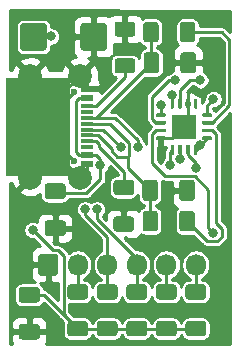
<source format=gbr>
%TF.GenerationSoftware,KiCad,Pcbnew,(5.1.9-0-10_14)*%
%TF.CreationDate,2021-03-06T15:52:40+00:00*%
%TF.ProjectId,Generic,47656e65-7269-4632-9e6b-696361645f70,rev?*%
%TF.SameCoordinates,Original*%
%TF.FileFunction,Copper,L2,Bot*%
%TF.FilePolarity,Positive*%
%FSLAX46Y46*%
G04 Gerber Fmt 4.6, Leading zero omitted, Abs format (unit mm)*
G04 Created by KiCad (PCBNEW (5.1.9-0-10_14)) date 2021-03-06 15:52:40*
%MOMM*%
%LPD*%
G01*
G04 APERTURE LIST*
%TA.AperFunction,SMDPad,CuDef*%
%ADD10R,5.490000X8.340000*%
%TD*%
%TA.AperFunction,SMDPad,CuDef*%
%ADD11R,1.140000X0.600000*%
%TD*%
%TA.AperFunction,ComponentPad*%
%ADD12C,2.000000*%
%TD*%
%TA.AperFunction,SMDPad,CuDef*%
%ADD13R,1.140000X0.300000*%
%TD*%
%TA.AperFunction,ComponentPad*%
%ADD14C,0.600000*%
%TD*%
%TA.AperFunction,SMDPad,CuDef*%
%ADD15R,2.100000X2.100000*%
%TD*%
%TA.AperFunction,ComponentPad*%
%ADD16O,1.700000X1.850000*%
%TD*%
%TA.AperFunction,ViaPad*%
%ADD17C,0.800000*%
%TD*%
%TA.AperFunction,Conductor*%
%ADD18C,0.250000*%
%TD*%
%TA.AperFunction,Conductor*%
%ADD19C,0.254000*%
%TD*%
%TA.AperFunction,Conductor*%
%ADD20C,0.100000*%
%TD*%
G04 APERTURE END LIST*
%TO.P,C5,2*%
%TO.N,GND*%
%TA.AperFunction,SMDPad,CuDef*%
G36*
G01*
X119725000Y-102025001D02*
X119725000Y-100174999D01*
G75*
G02*
X119974999Y-99925000I249999J0D01*
G01*
X121725001Y-99925000D01*
G75*
G02*
X121975000Y-100174999I0J-249999D01*
G01*
X121975000Y-102025001D01*
G75*
G02*
X121725001Y-102275000I-249999J0D01*
G01*
X119974999Y-102275000D01*
G75*
G02*
X119725000Y-102025001I0J249999D01*
G01*
G37*
%TD.AperFunction*%
%TO.P,C5,1*%
%TO.N,+3V3*%
%TA.AperFunction,SMDPad,CuDef*%
G36*
G01*
X114625000Y-102025001D02*
X114625000Y-100174999D01*
G75*
G02*
X114874999Y-99925000I249999J0D01*
G01*
X116625001Y-99925000D01*
G75*
G02*
X116875000Y-100174999I0J-249999D01*
G01*
X116875000Y-102025001D01*
G75*
G02*
X116625001Y-102275000I-249999J0D01*
G01*
X114874999Y-102275000D01*
G75*
G02*
X114625000Y-102025001I0J249999D01*
G01*
G37*
%TD.AperFunction*%
%TD*%
%TO.P,R5,2*%
%TO.N,IO5*%
%TA.AperFunction,SMDPad,CuDef*%
G36*
G01*
X130125001Y-123350000D02*
X128874999Y-123350000D01*
G75*
G02*
X128625000Y-123100001I0J249999D01*
G01*
X128625000Y-122299999D01*
G75*
G02*
X128874999Y-122050000I249999J0D01*
G01*
X130125001Y-122050000D01*
G75*
G02*
X130375000Y-122299999I0J-249999D01*
G01*
X130375000Y-123100001D01*
G75*
G02*
X130125001Y-123350000I-249999J0D01*
G01*
G37*
%TD.AperFunction*%
%TO.P,R5,1*%
%TO.N,+3V3*%
%TA.AperFunction,SMDPad,CuDef*%
G36*
G01*
X130125001Y-126450000D02*
X128874999Y-126450000D01*
G75*
G02*
X128625000Y-126200001I0J249999D01*
G01*
X128625000Y-125399999D01*
G75*
G02*
X128874999Y-125150000I249999J0D01*
G01*
X130125001Y-125150000D01*
G75*
G02*
X130375000Y-125399999I0J-249999D01*
G01*
X130375000Y-126200001D01*
G75*
G02*
X130125001Y-126450000I-249999J0D01*
G01*
G37*
%TD.AperFunction*%
%TD*%
%TO.P,R4,2*%
%TO.N,IO4*%
%TA.AperFunction,SMDPad,CuDef*%
G36*
G01*
X127625001Y-123350000D02*
X126374999Y-123350000D01*
G75*
G02*
X126125000Y-123100001I0J249999D01*
G01*
X126125000Y-122299999D01*
G75*
G02*
X126374999Y-122050000I249999J0D01*
G01*
X127625001Y-122050000D01*
G75*
G02*
X127875000Y-122299999I0J-249999D01*
G01*
X127875000Y-123100001D01*
G75*
G02*
X127625001Y-123350000I-249999J0D01*
G01*
G37*
%TD.AperFunction*%
%TO.P,R4,1*%
%TO.N,+3V3*%
%TA.AperFunction,SMDPad,CuDef*%
G36*
G01*
X127625001Y-126450000D02*
X126374999Y-126450000D01*
G75*
G02*
X126125000Y-126200001I0J249999D01*
G01*
X126125000Y-125399999D01*
G75*
G02*
X126374999Y-125150000I249999J0D01*
G01*
X127625001Y-125150000D01*
G75*
G02*
X127875000Y-125399999I0J-249999D01*
G01*
X127875000Y-126200001D01*
G75*
G02*
X127625001Y-126450000I-249999J0D01*
G01*
G37*
%TD.AperFunction*%
%TD*%
%TO.P,R3,2*%
%TO.N,IO3*%
%TA.AperFunction,SMDPad,CuDef*%
G36*
G01*
X125125001Y-123350000D02*
X123874999Y-123350000D01*
G75*
G02*
X123625000Y-123100001I0J249999D01*
G01*
X123625000Y-122299999D01*
G75*
G02*
X123874999Y-122050000I249999J0D01*
G01*
X125125001Y-122050000D01*
G75*
G02*
X125375000Y-122299999I0J-249999D01*
G01*
X125375000Y-123100001D01*
G75*
G02*
X125125001Y-123350000I-249999J0D01*
G01*
G37*
%TD.AperFunction*%
%TO.P,R3,1*%
%TO.N,+3V3*%
%TA.AperFunction,SMDPad,CuDef*%
G36*
G01*
X125125001Y-126450000D02*
X123874999Y-126450000D01*
G75*
G02*
X123625000Y-126200001I0J249999D01*
G01*
X123625000Y-125399999D01*
G75*
G02*
X123874999Y-125150000I249999J0D01*
G01*
X125125001Y-125150000D01*
G75*
G02*
X125375000Y-125399999I0J-249999D01*
G01*
X125375000Y-126200001D01*
G75*
G02*
X125125001Y-126450000I-249999J0D01*
G01*
G37*
%TD.AperFunction*%
%TD*%
%TO.P,R2,2*%
%TO.N,IO2*%
%TA.AperFunction,SMDPad,CuDef*%
G36*
G01*
X122625001Y-123350000D02*
X121374999Y-123350000D01*
G75*
G02*
X121125000Y-123100001I0J249999D01*
G01*
X121125000Y-122299999D01*
G75*
G02*
X121374999Y-122050000I249999J0D01*
G01*
X122625001Y-122050000D01*
G75*
G02*
X122875000Y-122299999I0J-249999D01*
G01*
X122875000Y-123100001D01*
G75*
G02*
X122625001Y-123350000I-249999J0D01*
G01*
G37*
%TD.AperFunction*%
%TO.P,R2,1*%
%TO.N,+3V3*%
%TA.AperFunction,SMDPad,CuDef*%
G36*
G01*
X122625001Y-126450000D02*
X121374999Y-126450000D01*
G75*
G02*
X121125000Y-126200001I0J249999D01*
G01*
X121125000Y-125399999D01*
G75*
G02*
X121374999Y-125150000I249999J0D01*
G01*
X122625001Y-125150000D01*
G75*
G02*
X122875000Y-125399999I0J-249999D01*
G01*
X122875000Y-126200001D01*
G75*
G02*
X122625001Y-126450000I-249999J0D01*
G01*
G37*
%TD.AperFunction*%
%TD*%
%TO.P,R1,2*%
%TO.N,IO1*%
%TA.AperFunction,SMDPad,CuDef*%
G36*
G01*
X120125001Y-123350000D02*
X118874999Y-123350000D01*
G75*
G02*
X118625000Y-123100001I0J249999D01*
G01*
X118625000Y-122299999D01*
G75*
G02*
X118874999Y-122050000I249999J0D01*
G01*
X120125001Y-122050000D01*
G75*
G02*
X120375000Y-122299999I0J-249999D01*
G01*
X120375000Y-123100001D01*
G75*
G02*
X120125001Y-123350000I-249999J0D01*
G01*
G37*
%TD.AperFunction*%
%TO.P,R1,1*%
%TO.N,+3V3*%
%TA.AperFunction,SMDPad,CuDef*%
G36*
G01*
X120125001Y-126450000D02*
X118874999Y-126450000D01*
G75*
G02*
X118625000Y-126200001I0J249999D01*
G01*
X118625000Y-125399999D01*
G75*
G02*
X118874999Y-125150000I249999J0D01*
G01*
X120125001Y-125150000D01*
G75*
G02*
X120375000Y-125399999I0J-249999D01*
G01*
X120375000Y-126200001D01*
G75*
G02*
X120125001Y-126450000I-249999J0D01*
G01*
G37*
%TD.AperFunction*%
%TD*%
D10*
%TO.P,J2,S1*%
%TO.N,GND*%
X116145000Y-108700000D03*
D11*
%TO.P,J2,A12*%
X120260000Y-105500000D03*
%TO.P,J2,A4*%
%TO.N,VBUS*%
X120260000Y-111100000D03*
%TO.P,J2,B12*%
%TO.N,GND*%
X120260000Y-111900000D03*
%TO.P,J2,B4*%
%TO.N,VBUS*%
X120260000Y-106300000D03*
D12*
%TO.P,J2,S1*%
%TO.N,GND*%
X115490000Y-104375000D03*
X115490000Y-113025000D03*
X119670000Y-104375000D03*
X119670000Y-113025000D03*
D13*
%TO.P,J2,A7*%
%TO.N,D-*%
X120260000Y-108450000D03*
%TO.P,J2,A6*%
%TO.N,D+*%
X120260000Y-108950000D03*
%TO.P,J2,B6*%
X120260000Y-107950000D03*
%TO.P,J2,B7*%
%TO.N,D-*%
X120260000Y-109450000D03*
%TO.P,J2,A8*%
%TO.N,Net-(J2-PadA8)*%
X120260000Y-107450000D03*
%TO.P,J2,A5*%
%TO.N,Net-(J2-PadA5)*%
X120260000Y-109950000D03*
%TO.P,J2,B5*%
%TO.N,Net-(J2-PadB5)*%
X120260000Y-106950000D03*
%TO.P,J2,B8*%
%TO.N,Net-(J2-PadB8)*%
X120260000Y-110450000D03*
D11*
%TO.P,J2,A9*%
%TO.N,VBUS*%
X120260000Y-106300000D03*
%TO.P,J2,B9*%
X120260000Y-111100000D03*
%TO.P,J2,B1*%
%TO.N,GND*%
X120260000Y-105500000D03*
D14*
%TO.P,J2,S1*%
X119190000Y-105810000D03*
X119190000Y-111590000D03*
D11*
%TO.P,J2,A1*%
X120260000Y-111900000D03*
%TD*%
D15*
%TO.P,U2,17*%
%TO.N,GND*%
X128500000Y-108700000D03*
%TO.P,U2,16*%
%TO.N,EN*%
%TA.AperFunction,SMDPad,CuDef*%
G36*
G01*
X126200000Y-107575000D02*
X126900000Y-107575000D01*
G75*
G02*
X126975000Y-107650000I0J-75000D01*
G01*
X126975000Y-107800000D01*
G75*
G02*
X126900000Y-107875000I-75000J0D01*
G01*
X126200000Y-107875000D01*
G75*
G02*
X126125000Y-107800000I0J75000D01*
G01*
X126125000Y-107650000D01*
G75*
G02*
X126200000Y-107575000I75000J0D01*
G01*
G37*
%TD.AperFunction*%
%TO.P,U2,15*%
%TO.N,I*%
%TA.AperFunction,SMDPad,CuDef*%
G36*
G01*
X126200000Y-108225000D02*
X126900000Y-108225000D01*
G75*
G02*
X126975000Y-108300000I0J-75000D01*
G01*
X126975000Y-108450000D01*
G75*
G02*
X126900000Y-108525000I-75000J0D01*
G01*
X126200000Y-108525000D01*
G75*
G02*
X126125000Y-108450000I0J75000D01*
G01*
X126125000Y-108300000D01*
G75*
G02*
X126200000Y-108225000I75000J0D01*
G01*
G37*
%TD.AperFunction*%
%TO.P,U2,14*%
%TO.N,CBUS3*%
%TA.AperFunction,SMDPad,CuDef*%
G36*
G01*
X126200000Y-108875000D02*
X126900000Y-108875000D01*
G75*
G02*
X126975000Y-108950000I0J-75000D01*
G01*
X126975000Y-109100000D01*
G75*
G02*
X126900000Y-109175000I-75000J0D01*
G01*
X126200000Y-109175000D01*
G75*
G02*
X126125000Y-109100000I0J75000D01*
G01*
X126125000Y-108950000D01*
G75*
G02*
X126200000Y-108875000I75000J0D01*
G01*
G37*
%TD.AperFunction*%
%TO.P,U2,13*%
%TO.N,GND*%
%TA.AperFunction,SMDPad,CuDef*%
G36*
G01*
X126200000Y-109525000D02*
X126900000Y-109525000D01*
G75*
G02*
X126975000Y-109600000I0J-75000D01*
G01*
X126975000Y-109750000D01*
G75*
G02*
X126900000Y-109825000I-75000J0D01*
G01*
X126200000Y-109825000D01*
G75*
G02*
X126125000Y-109750000I0J75000D01*
G01*
X126125000Y-109600000D01*
G75*
G02*
X126200000Y-109525000I75000J0D01*
G01*
G37*
%TD.AperFunction*%
%TO.P,U2,12*%
%TO.N,CBUS0*%
%TA.AperFunction,SMDPad,CuDef*%
G36*
G01*
X127450000Y-110225000D02*
X127600000Y-110225000D01*
G75*
G02*
X127675000Y-110300000I0J-75000D01*
G01*
X127675000Y-111000000D01*
G75*
G02*
X127600000Y-111075000I-75000J0D01*
G01*
X127450000Y-111075000D01*
G75*
G02*
X127375000Y-111000000I0J75000D01*
G01*
X127375000Y-110300000D01*
G75*
G02*
X127450000Y-110225000I75000J0D01*
G01*
G37*
%TD.AperFunction*%
%TO.P,U2,11*%
%TO.N,CBUS1*%
%TA.AperFunction,SMDPad,CuDef*%
G36*
G01*
X128100000Y-110225000D02*
X128250000Y-110225000D01*
G75*
G02*
X128325000Y-110300000I0J-75000D01*
G01*
X128325000Y-111000000D01*
G75*
G02*
X128250000Y-111075000I-75000J0D01*
G01*
X128100000Y-111075000D01*
G75*
G02*
X128025000Y-111000000I0J75000D01*
G01*
X128025000Y-110300000D01*
G75*
G02*
X128100000Y-110225000I75000J0D01*
G01*
G37*
%TD.AperFunction*%
%TO.P,U2,10*%
%TO.N,VBUS*%
%TA.AperFunction,SMDPad,CuDef*%
G36*
G01*
X128750000Y-110225000D02*
X128900000Y-110225000D01*
G75*
G02*
X128975000Y-110300000I0J-75000D01*
G01*
X128975000Y-111000000D01*
G75*
G02*
X128900000Y-111075000I-75000J0D01*
G01*
X128750000Y-111075000D01*
G75*
G02*
X128675000Y-111000000I0J75000D01*
G01*
X128675000Y-110300000D01*
G75*
G02*
X128750000Y-110225000I75000J0D01*
G01*
G37*
%TD.AperFunction*%
%TO.P,U2,9*%
%TO.N,+3V3*%
%TA.AperFunction,SMDPad,CuDef*%
G36*
G01*
X129400000Y-110225000D02*
X129550000Y-110225000D01*
G75*
G02*
X129625000Y-110300000I0J-75000D01*
G01*
X129625000Y-111000000D01*
G75*
G02*
X129550000Y-111075000I-75000J0D01*
G01*
X129400000Y-111075000D01*
G75*
G02*
X129325000Y-111000000I0J75000D01*
G01*
X129325000Y-110300000D01*
G75*
G02*
X129400000Y-110225000I75000J0D01*
G01*
G37*
%TD.AperFunction*%
%TO.P,U2,8*%
%TA.AperFunction,SMDPad,CuDef*%
G36*
G01*
X130100000Y-109525000D02*
X130800000Y-109525000D01*
G75*
G02*
X130875000Y-109600000I0J-75000D01*
G01*
X130875000Y-109750000D01*
G75*
G02*
X130800000Y-109825000I-75000J0D01*
G01*
X130100000Y-109825000D01*
G75*
G02*
X130025000Y-109750000I0J75000D01*
G01*
X130025000Y-109600000D01*
G75*
G02*
X130100000Y-109525000I75000J0D01*
G01*
G37*
%TD.AperFunction*%
%TO.P,U2,7*%
%TO.N,Net-(R6-Pad1)*%
%TA.AperFunction,SMDPad,CuDef*%
G36*
G01*
X130100000Y-108875000D02*
X130800000Y-108875000D01*
G75*
G02*
X130875000Y-108950000I0J-75000D01*
G01*
X130875000Y-109100000D01*
G75*
G02*
X130800000Y-109175000I-75000J0D01*
G01*
X130100000Y-109175000D01*
G75*
G02*
X130025000Y-109100000I0J75000D01*
G01*
X130025000Y-108950000D01*
G75*
G02*
X130100000Y-108875000I75000J0D01*
G01*
G37*
%TD.AperFunction*%
%TO.P,U2,6*%
%TO.N,Net-(R7-Pad1)*%
%TA.AperFunction,SMDPad,CuDef*%
G36*
G01*
X130100000Y-108225000D02*
X130800000Y-108225000D01*
G75*
G02*
X130875000Y-108300000I0J-75000D01*
G01*
X130875000Y-108450000D01*
G75*
G02*
X130800000Y-108525000I-75000J0D01*
G01*
X130100000Y-108525000D01*
G75*
G02*
X130025000Y-108450000I0J75000D01*
G01*
X130025000Y-108300000D01*
G75*
G02*
X130100000Y-108225000I75000J0D01*
G01*
G37*
%TD.AperFunction*%
%TO.P,U2,5*%
%TO.N,CBUS2*%
%TA.AperFunction,SMDPad,CuDef*%
G36*
G01*
X130100000Y-107575000D02*
X130800000Y-107575000D01*
G75*
G02*
X130875000Y-107650000I0J-75000D01*
G01*
X130875000Y-107800000D01*
G75*
G02*
X130800000Y-107875000I-75000J0D01*
G01*
X130100000Y-107875000D01*
G75*
G02*
X130025000Y-107800000I0J75000D01*
G01*
X130025000Y-107650000D01*
G75*
G02*
X130100000Y-107575000I75000J0D01*
G01*
G37*
%TD.AperFunction*%
%TO.P,U2,4*%
%TO.N,Net-(U2-Pad4)*%
%TA.AperFunction,SMDPad,CuDef*%
G36*
G01*
X129400000Y-106325000D02*
X129550000Y-106325000D01*
G75*
G02*
X129625000Y-106400000I0J-75000D01*
G01*
X129625000Y-107100000D01*
G75*
G02*
X129550000Y-107175000I-75000J0D01*
G01*
X129400000Y-107175000D01*
G75*
G02*
X129325000Y-107100000I0J75000D01*
G01*
X129325000Y-106400000D01*
G75*
G02*
X129400000Y-106325000I75000J0D01*
G01*
G37*
%TD.AperFunction*%
%TO.P,U2,3*%
%TO.N,GND*%
%TA.AperFunction,SMDPad,CuDef*%
G36*
G01*
X128750000Y-106325000D02*
X128900000Y-106325000D01*
G75*
G02*
X128975000Y-106400000I0J-75000D01*
G01*
X128975000Y-107100000D01*
G75*
G02*
X128900000Y-107175000I-75000J0D01*
G01*
X128750000Y-107175000D01*
G75*
G02*
X128675000Y-107100000I0J75000D01*
G01*
X128675000Y-106400000D01*
G75*
G02*
X128750000Y-106325000I75000J0D01*
G01*
G37*
%TD.AperFunction*%
%TO.P,U2,2*%
%TO.N,O*%
%TA.AperFunction,SMDPad,CuDef*%
G36*
G01*
X128100000Y-106325000D02*
X128250000Y-106325000D01*
G75*
G02*
X128325000Y-106400000I0J-75000D01*
G01*
X128325000Y-107100000D01*
G75*
G02*
X128250000Y-107175000I-75000J0D01*
G01*
X128100000Y-107175000D01*
G75*
G02*
X128025000Y-107100000I0J75000D01*
G01*
X128025000Y-106400000D01*
G75*
G02*
X128100000Y-106325000I75000J0D01*
G01*
G37*
%TD.AperFunction*%
%TO.P,U2,1*%
%TO.N,+3V3*%
%TA.AperFunction,SMDPad,CuDef*%
G36*
G01*
X127450000Y-106325000D02*
X127600000Y-106325000D01*
G75*
G02*
X127675000Y-106400000I0J-75000D01*
G01*
X127675000Y-107100000D01*
G75*
G02*
X127600000Y-107175000I-75000J0D01*
G01*
X127450000Y-107175000D01*
G75*
G02*
X127375000Y-107100000I0J75000D01*
G01*
X127375000Y-106400000D01*
G75*
G02*
X127450000Y-106325000I75000J0D01*
G01*
G37*
%TD.AperFunction*%
%TD*%
%TO.P,R9,2*%
%TO.N,Net-(J2-PadB5)*%
%TA.AperFunction,SMDPad,CuDef*%
G36*
G01*
X122874999Y-102900000D02*
X124125001Y-102900000D01*
G75*
G02*
X124375000Y-103149999I0J-249999D01*
G01*
X124375000Y-103950001D01*
G75*
G02*
X124125001Y-104200000I-249999J0D01*
G01*
X122874999Y-104200000D01*
G75*
G02*
X122625000Y-103950001I0J249999D01*
G01*
X122625000Y-103149999D01*
G75*
G02*
X122874999Y-102900000I249999J0D01*
G01*
G37*
%TD.AperFunction*%
%TO.P,R9,1*%
%TO.N,GND*%
%TA.AperFunction,SMDPad,CuDef*%
G36*
G01*
X122874999Y-99800000D02*
X124125001Y-99800000D01*
G75*
G02*
X124375000Y-100049999I0J-249999D01*
G01*
X124375000Y-100850001D01*
G75*
G02*
X124125001Y-101100000I-249999J0D01*
G01*
X122874999Y-101100000D01*
G75*
G02*
X122625000Y-100850001I0J249999D01*
G01*
X122625000Y-100049999D01*
G75*
G02*
X122874999Y-99800000I249999J0D01*
G01*
G37*
%TD.AperFunction*%
%TD*%
%TO.P,R8,2*%
%TO.N,GND*%
%TA.AperFunction,SMDPad,CuDef*%
G36*
G01*
X122774999Y-116300000D02*
X124025001Y-116300000D01*
G75*
G02*
X124275000Y-116549999I0J-249999D01*
G01*
X124275000Y-117350001D01*
G75*
G02*
X124025001Y-117600000I-249999J0D01*
G01*
X122774999Y-117600000D01*
G75*
G02*
X122525000Y-117350001I0J249999D01*
G01*
X122525000Y-116549999D01*
G75*
G02*
X122774999Y-116300000I249999J0D01*
G01*
G37*
%TD.AperFunction*%
%TO.P,R8,1*%
%TO.N,Net-(J2-PadA5)*%
%TA.AperFunction,SMDPad,CuDef*%
G36*
G01*
X122774999Y-113200000D02*
X124025001Y-113200000D01*
G75*
G02*
X124275000Y-113449999I0J-249999D01*
G01*
X124275000Y-114250001D01*
G75*
G02*
X124025001Y-114500000I-249999J0D01*
G01*
X122774999Y-114500000D01*
G75*
G02*
X122525000Y-114250001I0J249999D01*
G01*
X122525000Y-113449999D01*
G75*
G02*
X122774999Y-113200000I249999J0D01*
G01*
G37*
%TD.AperFunction*%
%TD*%
%TO.P,R7,2*%
%TO.N,D+*%
%TA.AperFunction,SMDPad,CuDef*%
G36*
G01*
X126350000Y-100074999D02*
X126350000Y-101325001D01*
G75*
G02*
X126100001Y-101575000I-249999J0D01*
G01*
X125299999Y-101575000D01*
G75*
G02*
X125050000Y-101325001I0J249999D01*
G01*
X125050000Y-100074999D01*
G75*
G02*
X125299999Y-99825000I249999J0D01*
G01*
X126100001Y-99825000D01*
G75*
G02*
X126350000Y-100074999I0J-249999D01*
G01*
G37*
%TD.AperFunction*%
%TO.P,R7,1*%
%TO.N,Net-(R7-Pad1)*%
%TA.AperFunction,SMDPad,CuDef*%
G36*
G01*
X129450000Y-100074999D02*
X129450000Y-101325001D01*
G75*
G02*
X129200001Y-101575000I-249999J0D01*
G01*
X128399999Y-101575000D01*
G75*
G02*
X128150000Y-101325001I0J249999D01*
G01*
X128150000Y-100074999D01*
G75*
G02*
X128399999Y-99825000I249999J0D01*
G01*
X129200001Y-99825000D01*
G75*
G02*
X129450000Y-100074999I0J-249999D01*
G01*
G37*
%TD.AperFunction*%
%TD*%
%TO.P,R6,2*%
%TO.N,D-*%
%TA.AperFunction,SMDPad,CuDef*%
G36*
G01*
X126300000Y-116074999D02*
X126300000Y-117325001D01*
G75*
G02*
X126050001Y-117575000I-249999J0D01*
G01*
X125249999Y-117575000D01*
G75*
G02*
X125000000Y-117325001I0J249999D01*
G01*
X125000000Y-116074999D01*
G75*
G02*
X125249999Y-115825000I249999J0D01*
G01*
X126050001Y-115825000D01*
G75*
G02*
X126300000Y-116074999I0J-249999D01*
G01*
G37*
%TD.AperFunction*%
%TO.P,R6,1*%
%TO.N,Net-(R6-Pad1)*%
%TA.AperFunction,SMDPad,CuDef*%
G36*
G01*
X129400000Y-116074999D02*
X129400000Y-117325001D01*
G75*
G02*
X129150001Y-117575000I-249999J0D01*
G01*
X128349999Y-117575000D01*
G75*
G02*
X128100000Y-117325001I0J249999D01*
G01*
X128100000Y-116074999D01*
G75*
G02*
X128349999Y-115825000I249999J0D01*
G01*
X129150001Y-115825000D01*
G75*
G02*
X129400000Y-116074999I0J-249999D01*
G01*
G37*
%TD.AperFunction*%
%TD*%
D16*
%TO.P,J1,6*%
%TO.N,IO5*%
X129500000Y-120400000D03*
%TO.P,J1,5*%
%TO.N,IO4*%
X127000000Y-120400000D03*
%TO.P,J1,4*%
%TO.N,IO3*%
X124500000Y-120400000D03*
%TO.P,J1,3*%
%TO.N,IO2*%
X122000000Y-120400000D03*
%TO.P,J1,2*%
%TO.N,IO1*%
X119500000Y-120400000D03*
%TO.P,J1,1*%
%TO.N,GND*%
%TA.AperFunction,ComponentPad*%
G36*
G01*
X116150000Y-121075000D02*
X116150000Y-119725000D01*
G75*
G02*
X116400000Y-119475000I250000J0D01*
G01*
X117600000Y-119475000D01*
G75*
G02*
X117850000Y-119725000I0J-250000D01*
G01*
X117850000Y-121075000D01*
G75*
G02*
X117600000Y-121325000I-250000J0D01*
G01*
X116400000Y-121325000D01*
G75*
G02*
X116150000Y-121075000I0J250000D01*
G01*
G37*
%TD.AperFunction*%
%TD*%
%TO.P,C4,2*%
%TO.N,GND*%
%TA.AperFunction,SMDPad,CuDef*%
G36*
G01*
X116949997Y-116637500D02*
X118250003Y-116637500D01*
G75*
G02*
X118500000Y-116887497I0J-249997D01*
G01*
X118500000Y-117712503D01*
G75*
G02*
X118250003Y-117962500I-249997J0D01*
G01*
X116949997Y-117962500D01*
G75*
G02*
X116700000Y-117712503I0J249997D01*
G01*
X116700000Y-116887497D01*
G75*
G02*
X116949997Y-116637500I249997J0D01*
G01*
G37*
%TD.AperFunction*%
%TO.P,C4,1*%
%TO.N,VBUS*%
%TA.AperFunction,SMDPad,CuDef*%
G36*
G01*
X116949997Y-113512500D02*
X118250003Y-113512500D01*
G75*
G02*
X118500000Y-113762497I0J-249997D01*
G01*
X118500000Y-114587503D01*
G75*
G02*
X118250003Y-114837500I-249997J0D01*
G01*
X116949997Y-114837500D01*
G75*
G02*
X116700000Y-114587503I0J249997D01*
G01*
X116700000Y-113762497D01*
G75*
G02*
X116949997Y-113512500I249997J0D01*
G01*
G37*
%TD.AperFunction*%
%TD*%
%TO.P,C3,2*%
%TO.N,GND*%
%TA.AperFunction,SMDPad,CuDef*%
G36*
G01*
X114749997Y-125400000D02*
X116050003Y-125400000D01*
G75*
G02*
X116300000Y-125649997I0J-249997D01*
G01*
X116300000Y-126475003D01*
G75*
G02*
X116050003Y-126725000I-249997J0D01*
G01*
X114749997Y-126725000D01*
G75*
G02*
X114500000Y-126475003I0J249997D01*
G01*
X114500000Y-125649997D01*
G75*
G02*
X114749997Y-125400000I249997J0D01*
G01*
G37*
%TD.AperFunction*%
%TO.P,C3,1*%
%TO.N,+3V3*%
%TA.AperFunction,SMDPad,CuDef*%
G36*
G01*
X114749997Y-122275000D02*
X116050003Y-122275000D01*
G75*
G02*
X116300000Y-122524997I0J-249997D01*
G01*
X116300000Y-123350003D01*
G75*
G02*
X116050003Y-123600000I-249997J0D01*
G01*
X114749997Y-123600000D01*
G75*
G02*
X114500000Y-123350003I0J249997D01*
G01*
X114500000Y-122524997D01*
G75*
G02*
X114749997Y-122275000I249997J0D01*
G01*
G37*
%TD.AperFunction*%
%TD*%
%TO.P,C2,2*%
%TO.N,GND*%
%TA.AperFunction,SMDPad,CuDef*%
G36*
G01*
X128100000Y-114750003D02*
X128100000Y-113449997D01*
G75*
G02*
X128349997Y-113200000I249997J0D01*
G01*
X129175003Y-113200000D01*
G75*
G02*
X129425000Y-113449997I0J-249997D01*
G01*
X129425000Y-114750003D01*
G75*
G02*
X129175003Y-115000000I-249997J0D01*
G01*
X128349997Y-115000000D01*
G75*
G02*
X128100000Y-114750003I0J249997D01*
G01*
G37*
%TD.AperFunction*%
%TO.P,C2,1*%
%TO.N,D-*%
%TA.AperFunction,SMDPad,CuDef*%
G36*
G01*
X124975000Y-114750003D02*
X124975000Y-113449997D01*
G75*
G02*
X125224997Y-113200000I249997J0D01*
G01*
X126050003Y-113200000D01*
G75*
G02*
X126300000Y-113449997I0J-249997D01*
G01*
X126300000Y-114750003D01*
G75*
G02*
X126050003Y-115000000I-249997J0D01*
G01*
X125224997Y-115000000D01*
G75*
G02*
X124975000Y-114750003I0J249997D01*
G01*
G37*
%TD.AperFunction*%
%TD*%
%TO.P,C1,2*%
%TO.N,D+*%
%TA.AperFunction,SMDPad,CuDef*%
G36*
G01*
X126400000Y-102649997D02*
X126400000Y-103950003D01*
G75*
G02*
X126150003Y-104200000I-249997J0D01*
G01*
X125324997Y-104200000D01*
G75*
G02*
X125075000Y-103950003I0J249997D01*
G01*
X125075000Y-102649997D01*
G75*
G02*
X125324997Y-102400000I249997J0D01*
G01*
X126150003Y-102400000D01*
G75*
G02*
X126400000Y-102649997I0J-249997D01*
G01*
G37*
%TD.AperFunction*%
%TO.P,C1,1*%
%TO.N,GND*%
%TA.AperFunction,SMDPad,CuDef*%
G36*
G01*
X129525000Y-102649997D02*
X129525000Y-103950003D01*
G75*
G02*
X129275003Y-104200000I-249997J0D01*
G01*
X128449997Y-104200000D01*
G75*
G02*
X128200000Y-103950003I0J249997D01*
G01*
X128200000Y-102649997D01*
G75*
G02*
X128449997Y-102400000I249997J0D01*
G01*
X129275003Y-102400000D01*
G75*
G02*
X129525000Y-102649997I0J-249997D01*
G01*
G37*
%TD.AperFunction*%
%TD*%
D17*
%TO.N,D+*%
X124574990Y-110427395D03*
X123124979Y-110439389D03*
%TO.N,GND*%
X129900000Y-99500000D03*
%TO.N,+3V3*%
X117265000Y-101065000D03*
X115684315Y-117463289D03*
X129874441Y-110258328D03*
X127449990Y-105992310D03*
%TO.N,VBUS*%
X129557251Y-112164442D03*
X121430008Y-111938681D03*
%TO.N,IO3*%
X121129678Y-115704997D03*
%TO.N,IO2*%
X120129676Y-115704998D03*
%TO.N,O*%
X129885051Y-104782575D03*
%TO.N,I*%
X127777053Y-104745344D03*
%TO.N,EN*%
X126525000Y-106900000D03*
%TO.N,CBUS3*%
X130970009Y-117700000D03*
%TO.N,CBUS0*%
X127311827Y-111970394D03*
%TO.N,CBUS1*%
X128167386Y-111452680D03*
%TO.N,CBUS2*%
X130996733Y-106364997D03*
%TD*%
D18*
%TO.N,D+*%
X121080000Y-107950000D02*
X125730000Y-103300000D01*
X125730000Y-103300000D02*
X125737500Y-103300000D01*
X120260000Y-107950000D02*
X121080000Y-107950000D01*
X125737500Y-100737500D02*
X125700000Y-100700000D01*
X125737500Y-103300000D02*
X125737500Y-100737500D01*
X122663280Y-107950000D02*
X124574990Y-109861710D01*
X124574990Y-109861710D02*
X124574990Y-110427395D01*
X120260000Y-108950000D02*
X121635590Y-108950000D01*
X121635590Y-108950000D02*
X123124979Y-110439389D01*
X121080000Y-107950000D02*
X122663280Y-107950000D01*
%TO.N,GND*%
X116145000Y-109500000D02*
X116145000Y-108700000D01*
X119670000Y-113025000D02*
X116145000Y-109500000D01*
X115490000Y-109355000D02*
X116145000Y-108700000D01*
X115490000Y-113025000D02*
X115490000Y-109355000D01*
X120260000Y-112435000D02*
X119670000Y-113025000D01*
X120260000Y-111900000D02*
X120260000Y-112435000D01*
X120260000Y-104965000D02*
X119670000Y-104375000D01*
X120260000Y-105500000D02*
X120260000Y-104965000D01*
X128825000Y-108375000D02*
X128825000Y-106750000D01*
X128500000Y-108700000D02*
X128825000Y-108375000D01*
X127525000Y-109675000D02*
X126550000Y-109675000D01*
X128500000Y-108700000D02*
X127525000Y-109675000D01*
X119190000Y-105810000D02*
X116300000Y-108700000D01*
X116300000Y-108700000D02*
X116145000Y-108700000D01*
X119190000Y-111590000D02*
X116300000Y-108700000D01*
X128762500Y-114100000D02*
X128303057Y-114100000D01*
X117600000Y-117300000D02*
X117600000Y-116900000D01*
X116145000Y-107900000D02*
X116145000Y-108700000D01*
X119670000Y-104375000D02*
X116145000Y-107900000D01*
X115490000Y-108045000D02*
X116145000Y-108700000D01*
X115490000Y-104375000D02*
X115490000Y-108045000D01*
X128862500Y-103300000D02*
X128862500Y-103709163D01*
X128825000Y-106750000D02*
X128825000Y-106216806D01*
%TO.N,D-*%
X125637500Y-116687500D02*
X125650000Y-116700000D01*
X125637500Y-114100000D02*
X125637500Y-116687500D01*
X123749989Y-112212489D02*
X125637500Y-114100000D01*
X123749989Y-111249989D02*
X123749989Y-112212489D01*
X121249395Y-109450000D02*
X122403634Y-110604239D01*
X122403634Y-110604239D02*
X122403634Y-110787390D01*
X120260000Y-108450000D02*
X122220595Y-108450000D01*
X122220595Y-108450000D02*
X123849989Y-110079394D01*
X122403634Y-110787390D02*
X122866233Y-111249989D01*
X123849989Y-110079394D02*
X123849989Y-111149989D01*
X122866233Y-111249989D02*
X123749989Y-111249989D01*
X123849989Y-111149989D02*
X123749989Y-111249989D01*
X120260000Y-109450000D02*
X121249395Y-109450000D01*
%TO.N,+3V3*%
X119500000Y-125800000D02*
X122000000Y-125800000D01*
X122000000Y-125800000D02*
X124500000Y-125800000D01*
X124500000Y-125800000D02*
X127000000Y-125800000D01*
X127000000Y-125800000D02*
X129500000Y-125800000D01*
X130450000Y-109675000D02*
X129475000Y-110650000D01*
X118299990Y-119611800D02*
X118299990Y-124599990D01*
X118299990Y-124599990D02*
X119500000Y-125800000D01*
X117838180Y-119149990D02*
X118299990Y-119611800D01*
X117371016Y-119149990D02*
X117838180Y-119149990D01*
X115684315Y-117463289D02*
X117371016Y-119149990D01*
X129475000Y-110650000D02*
X129866672Y-110258328D01*
X129866672Y-110258328D02*
X129874441Y-110258328D01*
X127525000Y-106750000D02*
X127525000Y-106067320D01*
X127525000Y-106067320D02*
X127449990Y-105992310D01*
X117230000Y-101100000D02*
X117265000Y-101065000D01*
X115750000Y-101100000D02*
X117230000Y-101100000D01*
X116637500Y-122937500D02*
X119500000Y-125800000D01*
X115400000Y-122937500D02*
X116637500Y-122937500D01*
%TO.N,VBUS*%
X119364999Y-110860001D02*
X119604998Y-111100000D01*
X119364999Y-106539999D02*
X119364999Y-110860001D01*
X119604998Y-106300000D02*
X119364999Y-106539999D01*
X119604998Y-111100000D02*
X120260000Y-111100000D01*
X120260000Y-106300000D02*
X119604998Y-106300000D01*
X120260000Y-111100000D02*
X121080000Y-111100000D01*
X117600000Y-114175000D02*
X117775001Y-114350001D01*
X117775001Y-114350001D02*
X120240585Y-114350001D01*
X121080000Y-111100000D02*
X121430008Y-111450008D01*
X121430008Y-113160578D02*
X121430008Y-111938681D01*
X120240585Y-114350001D02*
X121430008Y-113160578D01*
X121430008Y-111450008D02*
X121430008Y-111938681D01*
X129557251Y-111807251D02*
X128825000Y-111075000D01*
X128825000Y-111075000D02*
X128825000Y-110650000D01*
X129557251Y-112164442D02*
X129557251Y-111807251D01*
%TO.N,IO5*%
X129500000Y-122700000D02*
X129500000Y-120400000D01*
%TO.N,IO4*%
X127000000Y-122700000D02*
X127000000Y-120400000D01*
%TO.N,IO3*%
X124500000Y-122700000D02*
X124500000Y-120400000D01*
X124500000Y-120400000D02*
X124500000Y-119888191D01*
X124500000Y-119888191D02*
X121129678Y-116517869D01*
X121129678Y-116517869D02*
X121129678Y-115704997D01*
%TO.N,IO2*%
X122000000Y-122700000D02*
X122000000Y-120400000D01*
X120129676Y-116154277D02*
X120129676Y-115704998D01*
X122000000Y-120400000D02*
X122000000Y-118024601D01*
X122000000Y-118024601D02*
X120129676Y-116154277D01*
%TO.N,IO1*%
X119500000Y-122700000D02*
X119500000Y-120400000D01*
%TO.N,O*%
X128175000Y-106750000D02*
X128175000Y-106230396D01*
X128175000Y-105625000D02*
X128175000Y-106750000D01*
X129017425Y-104782575D02*
X128175000Y-105625000D01*
X129885051Y-104782575D02*
X129017425Y-104782575D01*
%TO.N,I*%
X126125000Y-108375000D02*
X125799999Y-108049999D01*
X126550000Y-108375000D02*
X126125000Y-108375000D01*
X127211368Y-104745344D02*
X127777053Y-104745344D01*
X125799999Y-108049999D02*
X125799999Y-106156713D01*
X125799999Y-106156713D02*
X127211368Y-104745344D01*
%TO.N,EN*%
X126550000Y-107725000D02*
X126550000Y-106925000D01*
X126550000Y-106925000D02*
X126525000Y-106900000D01*
%TO.N,CBUS3*%
X125799999Y-111750398D02*
X126924591Y-112874990D01*
X126550000Y-109025000D02*
X126125000Y-109025000D01*
X126125000Y-109025000D02*
X125799999Y-109350001D01*
X126924591Y-112874990D02*
X129413180Y-112874990D01*
X130570010Y-117300001D02*
X130970009Y-117700000D01*
X130570010Y-114031820D02*
X130570010Y-117300001D01*
X129413180Y-112874990D02*
X130570010Y-114031820D01*
X125799999Y-109350001D02*
X125799999Y-111750398D01*
%TO.N,CBUS0*%
X127311827Y-110863173D02*
X127311827Y-111970394D01*
X127525000Y-110650000D02*
X127311827Y-110863173D01*
%TO.N,CBUS1*%
X128175000Y-110650000D02*
X128175000Y-111445066D01*
X128175000Y-111445066D02*
X128167386Y-111452680D01*
%TO.N,CBUS2*%
X130450000Y-106911730D02*
X130996733Y-106364997D01*
X130450000Y-107725000D02*
X130450000Y-106911730D01*
%TO.N,Net-(J2-PadA5)*%
X121080000Y-109950000D02*
X121276402Y-110146402D01*
X123400000Y-112544004D02*
X123400000Y-113850000D01*
X121276402Y-110146402D02*
X121276402Y-110420406D01*
X121276402Y-110420406D02*
X123400000Y-112544004D01*
X120260000Y-109950000D02*
X121080000Y-109950000D01*
%TO.N,Net-(J2-PadB5)*%
X123500000Y-104530000D02*
X123500000Y-103550000D01*
X121080000Y-106950000D02*
X123500000Y-104530000D01*
X120260000Y-106950000D02*
X121080000Y-106950000D01*
%TO.N,Net-(R6-Pad1)*%
X131318011Y-118425002D02*
X130475002Y-118425002D01*
X130450000Y-109025000D02*
X130875000Y-109025000D01*
X130475002Y-118425002D02*
X128750000Y-116700000D01*
X130875000Y-109025000D02*
X131200010Y-109350010D01*
X131695011Y-118048002D02*
X131318011Y-118425002D01*
X131200010Y-109350010D02*
X131200010Y-116856997D01*
X131695011Y-117351998D02*
X131695011Y-118048002D01*
X131200010Y-116856997D02*
X131695011Y-117351998D01*
%TO.N,Net-(R7-Pad1)*%
X130875000Y-108375000D02*
X130450000Y-108375000D01*
X132350011Y-106899989D02*
X130875000Y-108375000D01*
X132350011Y-101350011D02*
X132350011Y-106899989D01*
X131700000Y-100700000D02*
X132350011Y-101350011D01*
X130500000Y-100700000D02*
X131700000Y-100700000D01*
X128800000Y-100700000D02*
X130500000Y-100700000D01*
%TD*%
D19*
%TO.N,GND*%
X132373001Y-127073000D02*
X116834008Y-127073000D01*
X116889502Y-126969180D01*
X116925812Y-126849482D01*
X116938072Y-126725000D01*
X116935000Y-126348250D01*
X116776250Y-126189500D01*
X115527000Y-126189500D01*
X115527000Y-126209500D01*
X115273000Y-126209500D01*
X115273000Y-126189500D01*
X114023750Y-126189500D01*
X113865000Y-126348250D01*
X113861928Y-126725000D01*
X113874188Y-126849482D01*
X113910498Y-126969180D01*
X113965992Y-127073000D01*
X113727000Y-127073000D01*
X113727000Y-125400000D01*
X113861928Y-125400000D01*
X113865000Y-125776750D01*
X114023750Y-125935500D01*
X115273000Y-125935500D01*
X115273000Y-124923750D01*
X115527000Y-124923750D01*
X115527000Y-125935500D01*
X116776250Y-125935500D01*
X116935000Y-125776750D01*
X116938072Y-125400000D01*
X116925812Y-125275518D01*
X116889502Y-125155820D01*
X116830537Y-125045506D01*
X116751185Y-124948815D01*
X116654494Y-124869463D01*
X116544180Y-124810498D01*
X116424482Y-124774188D01*
X116300000Y-124761928D01*
X115685750Y-124765000D01*
X115527000Y-124923750D01*
X115273000Y-124923750D01*
X115114250Y-124765000D01*
X114500000Y-124761928D01*
X114375518Y-124774188D01*
X114255820Y-124810498D01*
X114145506Y-124869463D01*
X114048815Y-124948815D01*
X113969463Y-125045506D01*
X113910498Y-125155820D01*
X113874188Y-125275518D01*
X113861928Y-125400000D01*
X113727000Y-125400000D01*
X113727000Y-113507664D01*
X113926841Y-113507414D01*
X113997205Y-113711088D01*
X114090186Y-113885044D01*
X114354587Y-113980808D01*
X114829108Y-113506287D01*
X115188767Y-113505838D01*
X114534192Y-114160413D01*
X114629956Y-114424814D01*
X114919571Y-114565704D01*
X115231108Y-114647384D01*
X115552595Y-114666718D01*
X115871675Y-114622961D01*
X116176088Y-114517795D01*
X116321176Y-114440244D01*
X116321176Y-114587503D01*
X116333259Y-114710180D01*
X116369042Y-114828142D01*
X116427151Y-114936857D01*
X116505353Y-115032147D01*
X116600643Y-115110349D01*
X116709358Y-115168458D01*
X116827320Y-115204241D01*
X116949997Y-115216324D01*
X118250003Y-115216324D01*
X118372680Y-115204241D01*
X118490642Y-115168458D01*
X118599357Y-115110349D01*
X118694647Y-115032147D01*
X118772849Y-114936857D01*
X118818205Y-114852001D01*
X120215942Y-114852001D01*
X120240585Y-114854428D01*
X120265228Y-114852001D01*
X120265238Y-114852001D01*
X120338994Y-114844737D01*
X120433621Y-114816032D01*
X120520830Y-114769418D01*
X120597269Y-114706685D01*
X120612986Y-114687534D01*
X121767546Y-113532975D01*
X121786692Y-113517262D01*
X121849425Y-113440823D01*
X121896039Y-113353614D01*
X121924744Y-113258987D01*
X121932008Y-113185231D01*
X121932008Y-113185222D01*
X121934435Y-113160579D01*
X121932008Y-113135936D01*
X121932008Y-112535526D01*
X122033544Y-112433990D01*
X122118577Y-112306729D01*
X122177149Y-112165324D01*
X122199420Y-112053358D01*
X122898000Y-112751939D01*
X122898000Y-112821176D01*
X122774999Y-112821176D01*
X122652322Y-112833259D01*
X122534359Y-112869042D01*
X122425644Y-112927152D01*
X122330354Y-113005354D01*
X122252152Y-113100644D01*
X122194042Y-113209359D01*
X122158259Y-113327322D01*
X122146176Y-113449999D01*
X122146176Y-114250001D01*
X122158259Y-114372678D01*
X122194042Y-114490641D01*
X122252152Y-114599356D01*
X122330354Y-114694646D01*
X122425644Y-114772848D01*
X122534359Y-114830958D01*
X122652322Y-114866741D01*
X122774999Y-114878824D01*
X124025001Y-114878824D01*
X124147678Y-114866741D01*
X124265641Y-114830958D01*
X124374356Y-114772848D01*
X124469646Y-114694646D01*
X124547848Y-114599356D01*
X124596176Y-114508942D01*
X124596176Y-114750003D01*
X124608259Y-114872680D01*
X124644042Y-114990642D01*
X124702151Y-115099357D01*
X124780353Y-115194647D01*
X124875643Y-115272849D01*
X124984358Y-115330958D01*
X125102320Y-115366741D01*
X125135500Y-115370009D01*
X125135501Y-115457453D01*
X125127322Y-115458259D01*
X125009359Y-115494042D01*
X124900644Y-115552152D01*
X124805354Y-115630354D01*
X124727152Y-115725644D01*
X124681095Y-115811810D01*
X124629494Y-115769463D01*
X124519180Y-115710498D01*
X124399482Y-115674188D01*
X124275000Y-115661928D01*
X123685750Y-115665000D01*
X123527000Y-115823750D01*
X123527000Y-116823000D01*
X123547000Y-116823000D01*
X123547000Y-117077000D01*
X123527000Y-117077000D01*
X123527000Y-117097000D01*
X123273000Y-117097000D01*
X123273000Y-117077000D01*
X123253000Y-117077000D01*
X123253000Y-116823000D01*
X123273000Y-116823000D01*
X123273000Y-115823750D01*
X123114250Y-115665000D01*
X122525000Y-115661928D01*
X122400518Y-115674188D01*
X122280820Y-115710498D01*
X122170506Y-115769463D01*
X122073815Y-115848815D01*
X121994463Y-115945506D01*
X121935498Y-116055820D01*
X121899188Y-116175518D01*
X121886928Y-116300000D01*
X121889184Y-116567440D01*
X121631678Y-116309935D01*
X121631678Y-116301842D01*
X121733214Y-116200306D01*
X121818247Y-116073045D01*
X121876819Y-115931640D01*
X121906678Y-115781525D01*
X121906678Y-115628469D01*
X121876819Y-115478354D01*
X121818247Y-115336949D01*
X121733214Y-115209688D01*
X121624987Y-115101461D01*
X121497726Y-115016428D01*
X121356321Y-114957856D01*
X121206206Y-114927997D01*
X121053150Y-114927997D01*
X120903035Y-114957856D01*
X120761630Y-115016428D01*
X120634369Y-115101461D01*
X120629677Y-115106154D01*
X120624985Y-115101462D01*
X120497724Y-115016429D01*
X120356319Y-114957857D01*
X120206204Y-114927998D01*
X120053148Y-114927998D01*
X119903033Y-114957857D01*
X119761628Y-115016429D01*
X119634367Y-115101462D01*
X119526140Y-115209689D01*
X119441107Y-115336950D01*
X119382535Y-115478355D01*
X119352676Y-115628470D01*
X119352676Y-115781526D01*
X119382535Y-115931641D01*
X119441107Y-116073046D01*
X119526140Y-116200307D01*
X119634367Y-116308534D01*
X119656334Y-116323212D01*
X119663645Y-116347312D01*
X119710259Y-116434522D01*
X119772992Y-116510961D01*
X119792143Y-116526678D01*
X121498001Y-118232537D01*
X121498001Y-119202045D01*
X121315017Y-119299851D01*
X121128183Y-119453183D01*
X120974851Y-119640018D01*
X120860916Y-119853177D01*
X120790755Y-120084467D01*
X120773000Y-120264733D01*
X120773000Y-120535268D01*
X120790755Y-120715534D01*
X120860916Y-120946824D01*
X120974851Y-121159983D01*
X121128184Y-121346817D01*
X121315018Y-121500149D01*
X121498000Y-121597954D01*
X121498000Y-121671176D01*
X121374999Y-121671176D01*
X121252322Y-121683259D01*
X121134359Y-121719042D01*
X121025644Y-121777152D01*
X120930354Y-121855354D01*
X120852152Y-121950644D01*
X120794042Y-122059359D01*
X120758259Y-122177322D01*
X120750000Y-122261174D01*
X120741741Y-122177322D01*
X120705958Y-122059359D01*
X120647848Y-121950644D01*
X120569646Y-121855354D01*
X120474356Y-121777152D01*
X120365641Y-121719042D01*
X120247678Y-121683259D01*
X120125001Y-121671176D01*
X120002000Y-121671176D01*
X120002000Y-121597955D01*
X120184983Y-121500149D01*
X120371817Y-121346817D01*
X120525149Y-121159982D01*
X120639084Y-120946823D01*
X120709245Y-120715533D01*
X120727000Y-120535267D01*
X120727000Y-120264732D01*
X120709245Y-120084466D01*
X120639084Y-119853176D01*
X120525149Y-119640017D01*
X120371817Y-119453183D01*
X120184982Y-119299851D01*
X119971823Y-119185916D01*
X119740533Y-119115755D01*
X119500000Y-119092064D01*
X119259466Y-119115755D01*
X119028176Y-119185916D01*
X118815017Y-119299851D01*
X118736780Y-119364059D01*
X118719407Y-119331555D01*
X118656674Y-119255116D01*
X118637528Y-119239403D01*
X118210581Y-118812457D01*
X118194864Y-118793306D01*
X118118425Y-118730573D01*
X118031216Y-118683959D01*
X117936589Y-118655254D01*
X117862833Y-118647990D01*
X117862823Y-118647990D01*
X117838180Y-118645563D01*
X117813537Y-118647990D01*
X117578951Y-118647990D01*
X117421355Y-118490395D01*
X117473000Y-118438750D01*
X117473000Y-117427000D01*
X117727000Y-117427000D01*
X117727000Y-118438750D01*
X117885750Y-118597500D01*
X118500000Y-118600572D01*
X118624482Y-118588312D01*
X118744180Y-118552002D01*
X118854494Y-118493037D01*
X118951185Y-118413685D01*
X119030537Y-118316994D01*
X119089502Y-118206680D01*
X119125812Y-118086982D01*
X119138072Y-117962500D01*
X119135000Y-117585750D01*
X118976250Y-117427000D01*
X117727000Y-117427000D01*
X117473000Y-117427000D01*
X117453000Y-117427000D01*
X117453000Y-117173000D01*
X117473000Y-117173000D01*
X117473000Y-116161250D01*
X117727000Y-116161250D01*
X117727000Y-117173000D01*
X118976250Y-117173000D01*
X119135000Y-117014250D01*
X119138072Y-116637500D01*
X119125812Y-116513018D01*
X119089502Y-116393320D01*
X119030537Y-116283006D01*
X118951185Y-116186315D01*
X118854494Y-116106963D01*
X118744180Y-116047998D01*
X118624482Y-116011688D01*
X118500000Y-115999428D01*
X117885750Y-116002500D01*
X117727000Y-116161250D01*
X117473000Y-116161250D01*
X117314250Y-116002500D01*
X116700000Y-115999428D01*
X116575518Y-116011688D01*
X116455820Y-116047998D01*
X116345506Y-116106963D01*
X116248815Y-116186315D01*
X116169463Y-116283006D01*
X116110498Y-116393320D01*
X116074188Y-116513018D01*
X116061928Y-116637500D01*
X116063105Y-116781898D01*
X116052363Y-116774720D01*
X115910958Y-116716148D01*
X115760843Y-116686289D01*
X115607787Y-116686289D01*
X115457672Y-116716148D01*
X115316267Y-116774720D01*
X115189006Y-116859753D01*
X115080779Y-116967980D01*
X114995746Y-117095241D01*
X114937174Y-117236646D01*
X114907315Y-117386761D01*
X114907315Y-117539817D01*
X114937174Y-117689932D01*
X114995746Y-117831337D01*
X115080779Y-117958598D01*
X115189006Y-118066825D01*
X115316267Y-118151858D01*
X115457672Y-118210430D01*
X115607787Y-118240289D01*
X115751381Y-118240289D01*
X116349103Y-118838012D01*
X116150000Y-118836928D01*
X116025518Y-118849188D01*
X115905820Y-118885498D01*
X115795506Y-118944463D01*
X115698815Y-119023815D01*
X115619463Y-119120506D01*
X115560498Y-119230820D01*
X115524188Y-119350518D01*
X115511928Y-119475000D01*
X115515000Y-120114250D01*
X115673750Y-120273000D01*
X116873000Y-120273000D01*
X116873000Y-120253000D01*
X117127000Y-120253000D01*
X117127000Y-120273000D01*
X117147000Y-120273000D01*
X117147000Y-120527000D01*
X117127000Y-120527000D01*
X117127000Y-121801250D01*
X117285750Y-121960000D01*
X117797990Y-121962789D01*
X117797991Y-123388056D01*
X117009902Y-122599968D01*
X116994184Y-122580816D01*
X116917745Y-122518083D01*
X116830536Y-122471469D01*
X116735909Y-122442764D01*
X116670086Y-122436281D01*
X116666741Y-122402320D01*
X116630958Y-122284358D01*
X116572849Y-122175643D01*
X116494647Y-122080353D01*
X116399357Y-122002151D01*
X116324468Y-121962122D01*
X116714250Y-121960000D01*
X116873000Y-121801250D01*
X116873000Y-120527000D01*
X115673750Y-120527000D01*
X115515000Y-120685750D01*
X115511928Y-121325000D01*
X115524188Y-121449482D01*
X115560498Y-121569180D01*
X115619463Y-121679494D01*
X115698815Y-121776185D01*
X115795506Y-121855537D01*
X115871535Y-121896176D01*
X114749997Y-121896176D01*
X114627320Y-121908259D01*
X114509358Y-121944042D01*
X114400643Y-122002151D01*
X114305353Y-122080353D01*
X114227151Y-122175643D01*
X114169042Y-122284358D01*
X114133259Y-122402320D01*
X114121176Y-122524997D01*
X114121176Y-123350003D01*
X114133259Y-123472680D01*
X114169042Y-123590642D01*
X114227151Y-123699357D01*
X114305353Y-123794647D01*
X114400643Y-123872849D01*
X114509358Y-123930958D01*
X114627320Y-123966741D01*
X114749997Y-123978824D01*
X116050003Y-123978824D01*
X116172680Y-123966741D01*
X116290642Y-123930958D01*
X116399357Y-123872849D01*
X116494647Y-123794647D01*
X116572849Y-123699357D01*
X116613455Y-123623389D01*
X117927597Y-124937531D01*
X117943307Y-124956674D01*
X117962450Y-124972384D01*
X118260384Y-125270318D01*
X118258259Y-125277322D01*
X118246176Y-125399999D01*
X118246176Y-126200001D01*
X118258259Y-126322678D01*
X118294042Y-126440641D01*
X118352152Y-126549356D01*
X118430354Y-126644646D01*
X118525644Y-126722848D01*
X118634359Y-126780958D01*
X118752322Y-126816741D01*
X118874999Y-126828824D01*
X120125001Y-126828824D01*
X120247678Y-126816741D01*
X120365641Y-126780958D01*
X120474356Y-126722848D01*
X120569646Y-126644646D01*
X120647848Y-126549356D01*
X120705958Y-126440641D01*
X120741741Y-126322678D01*
X120743778Y-126302000D01*
X120756222Y-126302000D01*
X120758259Y-126322678D01*
X120794042Y-126440641D01*
X120852152Y-126549356D01*
X120930354Y-126644646D01*
X121025644Y-126722848D01*
X121134359Y-126780958D01*
X121252322Y-126816741D01*
X121374999Y-126828824D01*
X122625001Y-126828824D01*
X122747678Y-126816741D01*
X122865641Y-126780958D01*
X122974356Y-126722848D01*
X123069646Y-126644646D01*
X123147848Y-126549356D01*
X123205958Y-126440641D01*
X123241741Y-126322678D01*
X123243778Y-126302000D01*
X123256222Y-126302000D01*
X123258259Y-126322678D01*
X123294042Y-126440641D01*
X123352152Y-126549356D01*
X123430354Y-126644646D01*
X123525644Y-126722848D01*
X123634359Y-126780958D01*
X123752322Y-126816741D01*
X123874999Y-126828824D01*
X125125001Y-126828824D01*
X125247678Y-126816741D01*
X125365641Y-126780958D01*
X125474356Y-126722848D01*
X125569646Y-126644646D01*
X125647848Y-126549356D01*
X125705958Y-126440641D01*
X125741741Y-126322678D01*
X125743778Y-126302000D01*
X125756222Y-126302000D01*
X125758259Y-126322678D01*
X125794042Y-126440641D01*
X125852152Y-126549356D01*
X125930354Y-126644646D01*
X126025644Y-126722848D01*
X126134359Y-126780958D01*
X126252322Y-126816741D01*
X126374999Y-126828824D01*
X127625001Y-126828824D01*
X127747678Y-126816741D01*
X127865641Y-126780958D01*
X127974356Y-126722848D01*
X128069646Y-126644646D01*
X128147848Y-126549356D01*
X128205958Y-126440641D01*
X128241741Y-126322678D01*
X128243778Y-126302000D01*
X128256222Y-126302000D01*
X128258259Y-126322678D01*
X128294042Y-126440641D01*
X128352152Y-126549356D01*
X128430354Y-126644646D01*
X128525644Y-126722848D01*
X128634359Y-126780958D01*
X128752322Y-126816741D01*
X128874999Y-126828824D01*
X130125001Y-126828824D01*
X130247678Y-126816741D01*
X130365641Y-126780958D01*
X130474356Y-126722848D01*
X130569646Y-126644646D01*
X130647848Y-126549356D01*
X130705958Y-126440641D01*
X130741741Y-126322678D01*
X130753824Y-126200001D01*
X130753824Y-125399999D01*
X130741741Y-125277322D01*
X130705958Y-125159359D01*
X130647848Y-125050644D01*
X130569646Y-124955354D01*
X130474356Y-124877152D01*
X130365641Y-124819042D01*
X130247678Y-124783259D01*
X130125001Y-124771176D01*
X128874999Y-124771176D01*
X128752322Y-124783259D01*
X128634359Y-124819042D01*
X128525644Y-124877152D01*
X128430354Y-124955354D01*
X128352152Y-125050644D01*
X128294042Y-125159359D01*
X128258259Y-125277322D01*
X128256222Y-125298000D01*
X128243778Y-125298000D01*
X128241741Y-125277322D01*
X128205958Y-125159359D01*
X128147848Y-125050644D01*
X128069646Y-124955354D01*
X127974356Y-124877152D01*
X127865641Y-124819042D01*
X127747678Y-124783259D01*
X127625001Y-124771176D01*
X126374999Y-124771176D01*
X126252322Y-124783259D01*
X126134359Y-124819042D01*
X126025644Y-124877152D01*
X125930354Y-124955354D01*
X125852152Y-125050644D01*
X125794042Y-125159359D01*
X125758259Y-125277322D01*
X125756222Y-125298000D01*
X125743778Y-125298000D01*
X125741741Y-125277322D01*
X125705958Y-125159359D01*
X125647848Y-125050644D01*
X125569646Y-124955354D01*
X125474356Y-124877152D01*
X125365641Y-124819042D01*
X125247678Y-124783259D01*
X125125001Y-124771176D01*
X123874999Y-124771176D01*
X123752322Y-124783259D01*
X123634359Y-124819042D01*
X123525644Y-124877152D01*
X123430354Y-124955354D01*
X123352152Y-125050644D01*
X123294042Y-125159359D01*
X123258259Y-125277322D01*
X123256222Y-125298000D01*
X123243778Y-125298000D01*
X123241741Y-125277322D01*
X123205958Y-125159359D01*
X123147848Y-125050644D01*
X123069646Y-124955354D01*
X122974356Y-124877152D01*
X122865641Y-124819042D01*
X122747678Y-124783259D01*
X122625001Y-124771176D01*
X121374999Y-124771176D01*
X121252322Y-124783259D01*
X121134359Y-124819042D01*
X121025644Y-124877152D01*
X120930354Y-124955354D01*
X120852152Y-125050644D01*
X120794042Y-125159359D01*
X120758259Y-125277322D01*
X120756222Y-125298000D01*
X120743778Y-125298000D01*
X120741741Y-125277322D01*
X120705958Y-125159359D01*
X120647848Y-125050644D01*
X120569646Y-124955354D01*
X120474356Y-124877152D01*
X120365641Y-124819042D01*
X120247678Y-124783259D01*
X120125001Y-124771176D01*
X119181111Y-124771176D01*
X118801990Y-124392055D01*
X118801990Y-123721633D01*
X118874999Y-123728824D01*
X120125001Y-123728824D01*
X120247678Y-123716741D01*
X120365641Y-123680958D01*
X120474356Y-123622848D01*
X120569646Y-123544646D01*
X120647848Y-123449356D01*
X120705958Y-123340641D01*
X120741741Y-123222678D01*
X120750000Y-123138826D01*
X120758259Y-123222678D01*
X120794042Y-123340641D01*
X120852152Y-123449356D01*
X120930354Y-123544646D01*
X121025644Y-123622848D01*
X121134359Y-123680958D01*
X121252322Y-123716741D01*
X121374999Y-123728824D01*
X122625001Y-123728824D01*
X122747678Y-123716741D01*
X122865641Y-123680958D01*
X122974356Y-123622848D01*
X123069646Y-123544646D01*
X123147848Y-123449356D01*
X123205958Y-123340641D01*
X123241741Y-123222678D01*
X123250000Y-123138826D01*
X123258259Y-123222678D01*
X123294042Y-123340641D01*
X123352152Y-123449356D01*
X123430354Y-123544646D01*
X123525644Y-123622848D01*
X123634359Y-123680958D01*
X123752322Y-123716741D01*
X123874999Y-123728824D01*
X125125001Y-123728824D01*
X125247678Y-123716741D01*
X125365641Y-123680958D01*
X125474356Y-123622848D01*
X125569646Y-123544646D01*
X125647848Y-123449356D01*
X125705958Y-123340641D01*
X125741741Y-123222678D01*
X125750000Y-123138826D01*
X125758259Y-123222678D01*
X125794042Y-123340641D01*
X125852152Y-123449356D01*
X125930354Y-123544646D01*
X126025644Y-123622848D01*
X126134359Y-123680958D01*
X126252322Y-123716741D01*
X126374999Y-123728824D01*
X127625001Y-123728824D01*
X127747678Y-123716741D01*
X127865641Y-123680958D01*
X127974356Y-123622848D01*
X128069646Y-123544646D01*
X128147848Y-123449356D01*
X128205958Y-123340641D01*
X128241741Y-123222678D01*
X128250000Y-123138826D01*
X128258259Y-123222678D01*
X128294042Y-123340641D01*
X128352152Y-123449356D01*
X128430354Y-123544646D01*
X128525644Y-123622848D01*
X128634359Y-123680958D01*
X128752322Y-123716741D01*
X128874999Y-123728824D01*
X130125001Y-123728824D01*
X130247678Y-123716741D01*
X130365641Y-123680958D01*
X130474356Y-123622848D01*
X130569646Y-123544646D01*
X130647848Y-123449356D01*
X130705958Y-123340641D01*
X130741741Y-123222678D01*
X130753824Y-123100001D01*
X130753824Y-122299999D01*
X130741741Y-122177322D01*
X130705958Y-122059359D01*
X130647848Y-121950644D01*
X130569646Y-121855354D01*
X130474356Y-121777152D01*
X130365641Y-121719042D01*
X130247678Y-121683259D01*
X130125001Y-121671176D01*
X130002000Y-121671176D01*
X130002000Y-121597955D01*
X130184983Y-121500149D01*
X130371817Y-121346817D01*
X130525149Y-121159982D01*
X130639084Y-120946823D01*
X130709245Y-120715533D01*
X130727000Y-120535267D01*
X130727000Y-120264732D01*
X130709245Y-120084466D01*
X130639084Y-119853176D01*
X130525149Y-119640017D01*
X130371817Y-119453183D01*
X130184982Y-119299851D01*
X129971823Y-119185916D01*
X129740533Y-119115755D01*
X129500000Y-119092064D01*
X129259466Y-119115755D01*
X129028176Y-119185916D01*
X128815017Y-119299851D01*
X128628183Y-119453183D01*
X128474851Y-119640018D01*
X128360916Y-119853177D01*
X128290755Y-120084467D01*
X128273000Y-120264733D01*
X128273000Y-120535268D01*
X128290755Y-120715534D01*
X128360916Y-120946824D01*
X128474851Y-121159983D01*
X128628184Y-121346817D01*
X128815018Y-121500149D01*
X128998000Y-121597954D01*
X128998000Y-121671176D01*
X128874999Y-121671176D01*
X128752322Y-121683259D01*
X128634359Y-121719042D01*
X128525644Y-121777152D01*
X128430354Y-121855354D01*
X128352152Y-121950644D01*
X128294042Y-122059359D01*
X128258259Y-122177322D01*
X128250000Y-122261174D01*
X128241741Y-122177322D01*
X128205958Y-122059359D01*
X128147848Y-121950644D01*
X128069646Y-121855354D01*
X127974356Y-121777152D01*
X127865641Y-121719042D01*
X127747678Y-121683259D01*
X127625001Y-121671176D01*
X127502000Y-121671176D01*
X127502000Y-121597955D01*
X127684983Y-121500149D01*
X127871817Y-121346817D01*
X128025149Y-121159982D01*
X128139084Y-120946823D01*
X128209245Y-120715533D01*
X128227000Y-120535267D01*
X128227000Y-120264732D01*
X128209245Y-120084466D01*
X128139084Y-119853176D01*
X128025149Y-119640017D01*
X127871817Y-119453183D01*
X127684982Y-119299851D01*
X127471823Y-119185916D01*
X127240533Y-119115755D01*
X127000000Y-119092064D01*
X126759466Y-119115755D01*
X126528176Y-119185916D01*
X126315017Y-119299851D01*
X126128183Y-119453183D01*
X125974851Y-119640018D01*
X125860916Y-119853177D01*
X125790755Y-120084467D01*
X125773000Y-120264733D01*
X125773000Y-120535268D01*
X125790755Y-120715534D01*
X125860916Y-120946824D01*
X125974851Y-121159983D01*
X126128184Y-121346817D01*
X126315018Y-121500149D01*
X126498000Y-121597954D01*
X126498000Y-121671176D01*
X126374999Y-121671176D01*
X126252322Y-121683259D01*
X126134359Y-121719042D01*
X126025644Y-121777152D01*
X125930354Y-121855354D01*
X125852152Y-121950644D01*
X125794042Y-122059359D01*
X125758259Y-122177322D01*
X125750000Y-122261174D01*
X125741741Y-122177322D01*
X125705958Y-122059359D01*
X125647848Y-121950644D01*
X125569646Y-121855354D01*
X125474356Y-121777152D01*
X125365641Y-121719042D01*
X125247678Y-121683259D01*
X125125001Y-121671176D01*
X125002000Y-121671176D01*
X125002000Y-121597955D01*
X125184983Y-121500149D01*
X125371817Y-121346817D01*
X125525149Y-121159982D01*
X125639084Y-120946823D01*
X125709245Y-120715533D01*
X125727000Y-120535267D01*
X125727000Y-120264732D01*
X125709245Y-120084466D01*
X125639084Y-119853176D01*
X125525149Y-119640017D01*
X125371817Y-119453183D01*
X125184982Y-119299851D01*
X124971823Y-119185916D01*
X124740533Y-119115755D01*
X124500000Y-119092064D01*
X124421536Y-119099792D01*
X123527002Y-118205258D01*
X123527002Y-118076252D01*
X123685750Y-118235000D01*
X124275000Y-118238072D01*
X124399482Y-118225812D01*
X124519180Y-118189502D01*
X124629494Y-118130537D01*
X124726185Y-118051185D01*
X124805537Y-117954494D01*
X124864502Y-117844180D01*
X124870815Y-117823368D01*
X124900644Y-117847848D01*
X125009359Y-117905958D01*
X125127322Y-117941741D01*
X125249999Y-117953824D01*
X126050001Y-117953824D01*
X126172678Y-117941741D01*
X126290641Y-117905958D01*
X126399356Y-117847848D01*
X126494646Y-117769646D01*
X126572848Y-117674356D01*
X126630958Y-117565641D01*
X126666741Y-117447678D01*
X126678824Y-117325001D01*
X126678824Y-116074999D01*
X126666741Y-115952322D01*
X126630958Y-115834359D01*
X126572848Y-115725644D01*
X126494646Y-115630354D01*
X126399356Y-115552152D01*
X126290641Y-115494042D01*
X126172678Y-115458259D01*
X126139500Y-115454991D01*
X126139500Y-115370009D01*
X126172680Y-115366741D01*
X126290642Y-115330958D01*
X126399357Y-115272849D01*
X126494647Y-115194647D01*
X126572849Y-115099357D01*
X126630958Y-114990642D01*
X126666741Y-114872680D01*
X126678824Y-114750003D01*
X126678824Y-113449997D01*
X126666741Y-113327320D01*
X126659159Y-113302325D01*
X126731555Y-113341021D01*
X126826182Y-113369726D01*
X126899938Y-113376990D01*
X126899947Y-113376990D01*
X126924590Y-113379417D01*
X126949233Y-113376990D01*
X127462813Y-113376990D01*
X127465000Y-113814250D01*
X127623750Y-113973000D01*
X128635500Y-113973000D01*
X128635500Y-113953000D01*
X128889500Y-113953000D01*
X128889500Y-113973000D01*
X128909500Y-113973000D01*
X128909500Y-114227000D01*
X128889500Y-114227000D01*
X128889500Y-114247000D01*
X128635500Y-114247000D01*
X128635500Y-114227000D01*
X127623750Y-114227000D01*
X127465000Y-114385750D01*
X127461928Y-115000000D01*
X127474188Y-115124482D01*
X127510498Y-115244180D01*
X127569463Y-115354494D01*
X127648815Y-115451185D01*
X127745506Y-115530537D01*
X127855820Y-115589502D01*
X127928330Y-115611498D01*
X127905354Y-115630354D01*
X127827152Y-115725644D01*
X127769042Y-115834359D01*
X127733259Y-115952322D01*
X127721176Y-116074999D01*
X127721176Y-117325001D01*
X127733259Y-117447678D01*
X127769042Y-117565641D01*
X127827152Y-117674356D01*
X127905354Y-117769646D01*
X128000644Y-117847848D01*
X128109359Y-117905958D01*
X128227322Y-117941741D01*
X128349999Y-117953824D01*
X129150001Y-117953824D01*
X129272678Y-117941741D01*
X129279682Y-117939616D01*
X130102605Y-118762540D01*
X130118318Y-118781686D01*
X130194757Y-118844419D01*
X130281966Y-118891033D01*
X130376593Y-118919738D01*
X130450349Y-118927002D01*
X130450358Y-118927002D01*
X130475001Y-118929429D01*
X130499644Y-118927002D01*
X131293368Y-118927002D01*
X131318011Y-118929429D01*
X131342654Y-118927002D01*
X131342664Y-118927002D01*
X131416420Y-118919738D01*
X131511047Y-118891033D01*
X131598256Y-118844419D01*
X131674695Y-118781686D01*
X131690412Y-118762535D01*
X132032549Y-118420399D01*
X132051695Y-118404686D01*
X132067408Y-118385540D01*
X132067411Y-118385537D01*
X132114428Y-118328248D01*
X132161042Y-118241039D01*
X132189747Y-118146412D01*
X132192052Y-118123010D01*
X132197011Y-118072655D01*
X132197011Y-118072648D01*
X132199438Y-118048002D01*
X132197011Y-118023357D01*
X132197011Y-117376640D01*
X132199438Y-117351997D01*
X132197011Y-117327354D01*
X132197011Y-117327345D01*
X132189747Y-117253589D01*
X132161042Y-117158962D01*
X132114428Y-117071753D01*
X132073840Y-117022297D01*
X132067410Y-117014462D01*
X132067408Y-117014460D01*
X132051695Y-116995314D01*
X132032549Y-116979601D01*
X131702010Y-116649063D01*
X131702010Y-109374655D01*
X131704437Y-109350010D01*
X131702010Y-109325364D01*
X131702010Y-109325357D01*
X131694746Y-109251601D01*
X131694744Y-109251593D01*
X131666041Y-109156973D01*
X131619427Y-109069764D01*
X131572410Y-109012476D01*
X131556694Y-108993326D01*
X131537542Y-108977608D01*
X131259934Y-108700000D01*
X132373000Y-107586934D01*
X132373001Y-127073000D01*
%TA.AperFunction,Conductor*%
D20*
G36*
X132373001Y-127073000D02*
G01*
X116834008Y-127073000D01*
X116889502Y-126969180D01*
X116925812Y-126849482D01*
X116938072Y-126725000D01*
X116935000Y-126348250D01*
X116776250Y-126189500D01*
X115527000Y-126189500D01*
X115527000Y-126209500D01*
X115273000Y-126209500D01*
X115273000Y-126189500D01*
X114023750Y-126189500D01*
X113865000Y-126348250D01*
X113861928Y-126725000D01*
X113874188Y-126849482D01*
X113910498Y-126969180D01*
X113965992Y-127073000D01*
X113727000Y-127073000D01*
X113727000Y-125400000D01*
X113861928Y-125400000D01*
X113865000Y-125776750D01*
X114023750Y-125935500D01*
X115273000Y-125935500D01*
X115273000Y-124923750D01*
X115527000Y-124923750D01*
X115527000Y-125935500D01*
X116776250Y-125935500D01*
X116935000Y-125776750D01*
X116938072Y-125400000D01*
X116925812Y-125275518D01*
X116889502Y-125155820D01*
X116830537Y-125045506D01*
X116751185Y-124948815D01*
X116654494Y-124869463D01*
X116544180Y-124810498D01*
X116424482Y-124774188D01*
X116300000Y-124761928D01*
X115685750Y-124765000D01*
X115527000Y-124923750D01*
X115273000Y-124923750D01*
X115114250Y-124765000D01*
X114500000Y-124761928D01*
X114375518Y-124774188D01*
X114255820Y-124810498D01*
X114145506Y-124869463D01*
X114048815Y-124948815D01*
X113969463Y-125045506D01*
X113910498Y-125155820D01*
X113874188Y-125275518D01*
X113861928Y-125400000D01*
X113727000Y-125400000D01*
X113727000Y-113507664D01*
X113926841Y-113507414D01*
X113997205Y-113711088D01*
X114090186Y-113885044D01*
X114354587Y-113980808D01*
X114829108Y-113506287D01*
X115188767Y-113505838D01*
X114534192Y-114160413D01*
X114629956Y-114424814D01*
X114919571Y-114565704D01*
X115231108Y-114647384D01*
X115552595Y-114666718D01*
X115871675Y-114622961D01*
X116176088Y-114517795D01*
X116321176Y-114440244D01*
X116321176Y-114587503D01*
X116333259Y-114710180D01*
X116369042Y-114828142D01*
X116427151Y-114936857D01*
X116505353Y-115032147D01*
X116600643Y-115110349D01*
X116709358Y-115168458D01*
X116827320Y-115204241D01*
X116949997Y-115216324D01*
X118250003Y-115216324D01*
X118372680Y-115204241D01*
X118490642Y-115168458D01*
X118599357Y-115110349D01*
X118694647Y-115032147D01*
X118772849Y-114936857D01*
X118818205Y-114852001D01*
X120215942Y-114852001D01*
X120240585Y-114854428D01*
X120265228Y-114852001D01*
X120265238Y-114852001D01*
X120338994Y-114844737D01*
X120433621Y-114816032D01*
X120520830Y-114769418D01*
X120597269Y-114706685D01*
X120612986Y-114687534D01*
X121767546Y-113532975D01*
X121786692Y-113517262D01*
X121849425Y-113440823D01*
X121896039Y-113353614D01*
X121924744Y-113258987D01*
X121932008Y-113185231D01*
X121932008Y-113185222D01*
X121934435Y-113160579D01*
X121932008Y-113135936D01*
X121932008Y-112535526D01*
X122033544Y-112433990D01*
X122118577Y-112306729D01*
X122177149Y-112165324D01*
X122199420Y-112053358D01*
X122898000Y-112751939D01*
X122898000Y-112821176D01*
X122774999Y-112821176D01*
X122652322Y-112833259D01*
X122534359Y-112869042D01*
X122425644Y-112927152D01*
X122330354Y-113005354D01*
X122252152Y-113100644D01*
X122194042Y-113209359D01*
X122158259Y-113327322D01*
X122146176Y-113449999D01*
X122146176Y-114250001D01*
X122158259Y-114372678D01*
X122194042Y-114490641D01*
X122252152Y-114599356D01*
X122330354Y-114694646D01*
X122425644Y-114772848D01*
X122534359Y-114830958D01*
X122652322Y-114866741D01*
X122774999Y-114878824D01*
X124025001Y-114878824D01*
X124147678Y-114866741D01*
X124265641Y-114830958D01*
X124374356Y-114772848D01*
X124469646Y-114694646D01*
X124547848Y-114599356D01*
X124596176Y-114508942D01*
X124596176Y-114750003D01*
X124608259Y-114872680D01*
X124644042Y-114990642D01*
X124702151Y-115099357D01*
X124780353Y-115194647D01*
X124875643Y-115272849D01*
X124984358Y-115330958D01*
X125102320Y-115366741D01*
X125135500Y-115370009D01*
X125135501Y-115457453D01*
X125127322Y-115458259D01*
X125009359Y-115494042D01*
X124900644Y-115552152D01*
X124805354Y-115630354D01*
X124727152Y-115725644D01*
X124681095Y-115811810D01*
X124629494Y-115769463D01*
X124519180Y-115710498D01*
X124399482Y-115674188D01*
X124275000Y-115661928D01*
X123685750Y-115665000D01*
X123527000Y-115823750D01*
X123527000Y-116823000D01*
X123547000Y-116823000D01*
X123547000Y-117077000D01*
X123527000Y-117077000D01*
X123527000Y-117097000D01*
X123273000Y-117097000D01*
X123273000Y-117077000D01*
X123253000Y-117077000D01*
X123253000Y-116823000D01*
X123273000Y-116823000D01*
X123273000Y-115823750D01*
X123114250Y-115665000D01*
X122525000Y-115661928D01*
X122400518Y-115674188D01*
X122280820Y-115710498D01*
X122170506Y-115769463D01*
X122073815Y-115848815D01*
X121994463Y-115945506D01*
X121935498Y-116055820D01*
X121899188Y-116175518D01*
X121886928Y-116300000D01*
X121889184Y-116567440D01*
X121631678Y-116309935D01*
X121631678Y-116301842D01*
X121733214Y-116200306D01*
X121818247Y-116073045D01*
X121876819Y-115931640D01*
X121906678Y-115781525D01*
X121906678Y-115628469D01*
X121876819Y-115478354D01*
X121818247Y-115336949D01*
X121733214Y-115209688D01*
X121624987Y-115101461D01*
X121497726Y-115016428D01*
X121356321Y-114957856D01*
X121206206Y-114927997D01*
X121053150Y-114927997D01*
X120903035Y-114957856D01*
X120761630Y-115016428D01*
X120634369Y-115101461D01*
X120629677Y-115106154D01*
X120624985Y-115101462D01*
X120497724Y-115016429D01*
X120356319Y-114957857D01*
X120206204Y-114927998D01*
X120053148Y-114927998D01*
X119903033Y-114957857D01*
X119761628Y-115016429D01*
X119634367Y-115101462D01*
X119526140Y-115209689D01*
X119441107Y-115336950D01*
X119382535Y-115478355D01*
X119352676Y-115628470D01*
X119352676Y-115781526D01*
X119382535Y-115931641D01*
X119441107Y-116073046D01*
X119526140Y-116200307D01*
X119634367Y-116308534D01*
X119656334Y-116323212D01*
X119663645Y-116347312D01*
X119710259Y-116434522D01*
X119772992Y-116510961D01*
X119792143Y-116526678D01*
X121498001Y-118232537D01*
X121498001Y-119202045D01*
X121315017Y-119299851D01*
X121128183Y-119453183D01*
X120974851Y-119640018D01*
X120860916Y-119853177D01*
X120790755Y-120084467D01*
X120773000Y-120264733D01*
X120773000Y-120535268D01*
X120790755Y-120715534D01*
X120860916Y-120946824D01*
X120974851Y-121159983D01*
X121128184Y-121346817D01*
X121315018Y-121500149D01*
X121498000Y-121597954D01*
X121498000Y-121671176D01*
X121374999Y-121671176D01*
X121252322Y-121683259D01*
X121134359Y-121719042D01*
X121025644Y-121777152D01*
X120930354Y-121855354D01*
X120852152Y-121950644D01*
X120794042Y-122059359D01*
X120758259Y-122177322D01*
X120750000Y-122261174D01*
X120741741Y-122177322D01*
X120705958Y-122059359D01*
X120647848Y-121950644D01*
X120569646Y-121855354D01*
X120474356Y-121777152D01*
X120365641Y-121719042D01*
X120247678Y-121683259D01*
X120125001Y-121671176D01*
X120002000Y-121671176D01*
X120002000Y-121597955D01*
X120184983Y-121500149D01*
X120371817Y-121346817D01*
X120525149Y-121159982D01*
X120639084Y-120946823D01*
X120709245Y-120715533D01*
X120727000Y-120535267D01*
X120727000Y-120264732D01*
X120709245Y-120084466D01*
X120639084Y-119853176D01*
X120525149Y-119640017D01*
X120371817Y-119453183D01*
X120184982Y-119299851D01*
X119971823Y-119185916D01*
X119740533Y-119115755D01*
X119500000Y-119092064D01*
X119259466Y-119115755D01*
X119028176Y-119185916D01*
X118815017Y-119299851D01*
X118736780Y-119364059D01*
X118719407Y-119331555D01*
X118656674Y-119255116D01*
X118637528Y-119239403D01*
X118210581Y-118812457D01*
X118194864Y-118793306D01*
X118118425Y-118730573D01*
X118031216Y-118683959D01*
X117936589Y-118655254D01*
X117862833Y-118647990D01*
X117862823Y-118647990D01*
X117838180Y-118645563D01*
X117813537Y-118647990D01*
X117578951Y-118647990D01*
X117421355Y-118490395D01*
X117473000Y-118438750D01*
X117473000Y-117427000D01*
X117727000Y-117427000D01*
X117727000Y-118438750D01*
X117885750Y-118597500D01*
X118500000Y-118600572D01*
X118624482Y-118588312D01*
X118744180Y-118552002D01*
X118854494Y-118493037D01*
X118951185Y-118413685D01*
X119030537Y-118316994D01*
X119089502Y-118206680D01*
X119125812Y-118086982D01*
X119138072Y-117962500D01*
X119135000Y-117585750D01*
X118976250Y-117427000D01*
X117727000Y-117427000D01*
X117473000Y-117427000D01*
X117453000Y-117427000D01*
X117453000Y-117173000D01*
X117473000Y-117173000D01*
X117473000Y-116161250D01*
X117727000Y-116161250D01*
X117727000Y-117173000D01*
X118976250Y-117173000D01*
X119135000Y-117014250D01*
X119138072Y-116637500D01*
X119125812Y-116513018D01*
X119089502Y-116393320D01*
X119030537Y-116283006D01*
X118951185Y-116186315D01*
X118854494Y-116106963D01*
X118744180Y-116047998D01*
X118624482Y-116011688D01*
X118500000Y-115999428D01*
X117885750Y-116002500D01*
X117727000Y-116161250D01*
X117473000Y-116161250D01*
X117314250Y-116002500D01*
X116700000Y-115999428D01*
X116575518Y-116011688D01*
X116455820Y-116047998D01*
X116345506Y-116106963D01*
X116248815Y-116186315D01*
X116169463Y-116283006D01*
X116110498Y-116393320D01*
X116074188Y-116513018D01*
X116061928Y-116637500D01*
X116063105Y-116781898D01*
X116052363Y-116774720D01*
X115910958Y-116716148D01*
X115760843Y-116686289D01*
X115607787Y-116686289D01*
X115457672Y-116716148D01*
X115316267Y-116774720D01*
X115189006Y-116859753D01*
X115080779Y-116967980D01*
X114995746Y-117095241D01*
X114937174Y-117236646D01*
X114907315Y-117386761D01*
X114907315Y-117539817D01*
X114937174Y-117689932D01*
X114995746Y-117831337D01*
X115080779Y-117958598D01*
X115189006Y-118066825D01*
X115316267Y-118151858D01*
X115457672Y-118210430D01*
X115607787Y-118240289D01*
X115751381Y-118240289D01*
X116349103Y-118838012D01*
X116150000Y-118836928D01*
X116025518Y-118849188D01*
X115905820Y-118885498D01*
X115795506Y-118944463D01*
X115698815Y-119023815D01*
X115619463Y-119120506D01*
X115560498Y-119230820D01*
X115524188Y-119350518D01*
X115511928Y-119475000D01*
X115515000Y-120114250D01*
X115673750Y-120273000D01*
X116873000Y-120273000D01*
X116873000Y-120253000D01*
X117127000Y-120253000D01*
X117127000Y-120273000D01*
X117147000Y-120273000D01*
X117147000Y-120527000D01*
X117127000Y-120527000D01*
X117127000Y-121801250D01*
X117285750Y-121960000D01*
X117797990Y-121962789D01*
X117797991Y-123388056D01*
X117009902Y-122599968D01*
X116994184Y-122580816D01*
X116917745Y-122518083D01*
X116830536Y-122471469D01*
X116735909Y-122442764D01*
X116670086Y-122436281D01*
X116666741Y-122402320D01*
X116630958Y-122284358D01*
X116572849Y-122175643D01*
X116494647Y-122080353D01*
X116399357Y-122002151D01*
X116324468Y-121962122D01*
X116714250Y-121960000D01*
X116873000Y-121801250D01*
X116873000Y-120527000D01*
X115673750Y-120527000D01*
X115515000Y-120685750D01*
X115511928Y-121325000D01*
X115524188Y-121449482D01*
X115560498Y-121569180D01*
X115619463Y-121679494D01*
X115698815Y-121776185D01*
X115795506Y-121855537D01*
X115871535Y-121896176D01*
X114749997Y-121896176D01*
X114627320Y-121908259D01*
X114509358Y-121944042D01*
X114400643Y-122002151D01*
X114305353Y-122080353D01*
X114227151Y-122175643D01*
X114169042Y-122284358D01*
X114133259Y-122402320D01*
X114121176Y-122524997D01*
X114121176Y-123350003D01*
X114133259Y-123472680D01*
X114169042Y-123590642D01*
X114227151Y-123699357D01*
X114305353Y-123794647D01*
X114400643Y-123872849D01*
X114509358Y-123930958D01*
X114627320Y-123966741D01*
X114749997Y-123978824D01*
X116050003Y-123978824D01*
X116172680Y-123966741D01*
X116290642Y-123930958D01*
X116399357Y-123872849D01*
X116494647Y-123794647D01*
X116572849Y-123699357D01*
X116613455Y-123623389D01*
X117927597Y-124937531D01*
X117943307Y-124956674D01*
X117962450Y-124972384D01*
X118260384Y-125270318D01*
X118258259Y-125277322D01*
X118246176Y-125399999D01*
X118246176Y-126200001D01*
X118258259Y-126322678D01*
X118294042Y-126440641D01*
X118352152Y-126549356D01*
X118430354Y-126644646D01*
X118525644Y-126722848D01*
X118634359Y-126780958D01*
X118752322Y-126816741D01*
X118874999Y-126828824D01*
X120125001Y-126828824D01*
X120247678Y-126816741D01*
X120365641Y-126780958D01*
X120474356Y-126722848D01*
X120569646Y-126644646D01*
X120647848Y-126549356D01*
X120705958Y-126440641D01*
X120741741Y-126322678D01*
X120743778Y-126302000D01*
X120756222Y-126302000D01*
X120758259Y-126322678D01*
X120794042Y-126440641D01*
X120852152Y-126549356D01*
X120930354Y-126644646D01*
X121025644Y-126722848D01*
X121134359Y-126780958D01*
X121252322Y-126816741D01*
X121374999Y-126828824D01*
X122625001Y-126828824D01*
X122747678Y-126816741D01*
X122865641Y-126780958D01*
X122974356Y-126722848D01*
X123069646Y-126644646D01*
X123147848Y-126549356D01*
X123205958Y-126440641D01*
X123241741Y-126322678D01*
X123243778Y-126302000D01*
X123256222Y-126302000D01*
X123258259Y-126322678D01*
X123294042Y-126440641D01*
X123352152Y-126549356D01*
X123430354Y-126644646D01*
X123525644Y-126722848D01*
X123634359Y-126780958D01*
X123752322Y-126816741D01*
X123874999Y-126828824D01*
X125125001Y-126828824D01*
X125247678Y-126816741D01*
X125365641Y-126780958D01*
X125474356Y-126722848D01*
X125569646Y-126644646D01*
X125647848Y-126549356D01*
X125705958Y-126440641D01*
X125741741Y-126322678D01*
X125743778Y-126302000D01*
X125756222Y-126302000D01*
X125758259Y-126322678D01*
X125794042Y-126440641D01*
X125852152Y-126549356D01*
X125930354Y-126644646D01*
X126025644Y-126722848D01*
X126134359Y-126780958D01*
X126252322Y-126816741D01*
X126374999Y-126828824D01*
X127625001Y-126828824D01*
X127747678Y-126816741D01*
X127865641Y-126780958D01*
X127974356Y-126722848D01*
X128069646Y-126644646D01*
X128147848Y-126549356D01*
X128205958Y-126440641D01*
X128241741Y-126322678D01*
X128243778Y-126302000D01*
X128256222Y-126302000D01*
X128258259Y-126322678D01*
X128294042Y-126440641D01*
X128352152Y-126549356D01*
X128430354Y-126644646D01*
X128525644Y-126722848D01*
X128634359Y-126780958D01*
X128752322Y-126816741D01*
X128874999Y-126828824D01*
X130125001Y-126828824D01*
X130247678Y-126816741D01*
X130365641Y-126780958D01*
X130474356Y-126722848D01*
X130569646Y-126644646D01*
X130647848Y-126549356D01*
X130705958Y-126440641D01*
X130741741Y-126322678D01*
X130753824Y-126200001D01*
X130753824Y-125399999D01*
X130741741Y-125277322D01*
X130705958Y-125159359D01*
X130647848Y-125050644D01*
X130569646Y-124955354D01*
X130474356Y-124877152D01*
X130365641Y-124819042D01*
X130247678Y-124783259D01*
X130125001Y-124771176D01*
X128874999Y-124771176D01*
X128752322Y-124783259D01*
X128634359Y-124819042D01*
X128525644Y-124877152D01*
X128430354Y-124955354D01*
X128352152Y-125050644D01*
X128294042Y-125159359D01*
X128258259Y-125277322D01*
X128256222Y-125298000D01*
X128243778Y-125298000D01*
X128241741Y-125277322D01*
X128205958Y-125159359D01*
X128147848Y-125050644D01*
X128069646Y-124955354D01*
X127974356Y-124877152D01*
X127865641Y-124819042D01*
X127747678Y-124783259D01*
X127625001Y-124771176D01*
X126374999Y-124771176D01*
X126252322Y-124783259D01*
X126134359Y-124819042D01*
X126025644Y-124877152D01*
X125930354Y-124955354D01*
X125852152Y-125050644D01*
X125794042Y-125159359D01*
X125758259Y-125277322D01*
X125756222Y-125298000D01*
X125743778Y-125298000D01*
X125741741Y-125277322D01*
X125705958Y-125159359D01*
X125647848Y-125050644D01*
X125569646Y-124955354D01*
X125474356Y-124877152D01*
X125365641Y-124819042D01*
X125247678Y-124783259D01*
X125125001Y-124771176D01*
X123874999Y-124771176D01*
X123752322Y-124783259D01*
X123634359Y-124819042D01*
X123525644Y-124877152D01*
X123430354Y-124955354D01*
X123352152Y-125050644D01*
X123294042Y-125159359D01*
X123258259Y-125277322D01*
X123256222Y-125298000D01*
X123243778Y-125298000D01*
X123241741Y-125277322D01*
X123205958Y-125159359D01*
X123147848Y-125050644D01*
X123069646Y-124955354D01*
X122974356Y-124877152D01*
X122865641Y-124819042D01*
X122747678Y-124783259D01*
X122625001Y-124771176D01*
X121374999Y-124771176D01*
X121252322Y-124783259D01*
X121134359Y-124819042D01*
X121025644Y-124877152D01*
X120930354Y-124955354D01*
X120852152Y-125050644D01*
X120794042Y-125159359D01*
X120758259Y-125277322D01*
X120756222Y-125298000D01*
X120743778Y-125298000D01*
X120741741Y-125277322D01*
X120705958Y-125159359D01*
X120647848Y-125050644D01*
X120569646Y-124955354D01*
X120474356Y-124877152D01*
X120365641Y-124819042D01*
X120247678Y-124783259D01*
X120125001Y-124771176D01*
X119181111Y-124771176D01*
X118801990Y-124392055D01*
X118801990Y-123721633D01*
X118874999Y-123728824D01*
X120125001Y-123728824D01*
X120247678Y-123716741D01*
X120365641Y-123680958D01*
X120474356Y-123622848D01*
X120569646Y-123544646D01*
X120647848Y-123449356D01*
X120705958Y-123340641D01*
X120741741Y-123222678D01*
X120750000Y-123138826D01*
X120758259Y-123222678D01*
X120794042Y-123340641D01*
X120852152Y-123449356D01*
X120930354Y-123544646D01*
X121025644Y-123622848D01*
X121134359Y-123680958D01*
X121252322Y-123716741D01*
X121374999Y-123728824D01*
X122625001Y-123728824D01*
X122747678Y-123716741D01*
X122865641Y-123680958D01*
X122974356Y-123622848D01*
X123069646Y-123544646D01*
X123147848Y-123449356D01*
X123205958Y-123340641D01*
X123241741Y-123222678D01*
X123250000Y-123138826D01*
X123258259Y-123222678D01*
X123294042Y-123340641D01*
X123352152Y-123449356D01*
X123430354Y-123544646D01*
X123525644Y-123622848D01*
X123634359Y-123680958D01*
X123752322Y-123716741D01*
X123874999Y-123728824D01*
X125125001Y-123728824D01*
X125247678Y-123716741D01*
X125365641Y-123680958D01*
X125474356Y-123622848D01*
X125569646Y-123544646D01*
X125647848Y-123449356D01*
X125705958Y-123340641D01*
X125741741Y-123222678D01*
X125750000Y-123138826D01*
X125758259Y-123222678D01*
X125794042Y-123340641D01*
X125852152Y-123449356D01*
X125930354Y-123544646D01*
X126025644Y-123622848D01*
X126134359Y-123680958D01*
X126252322Y-123716741D01*
X126374999Y-123728824D01*
X127625001Y-123728824D01*
X127747678Y-123716741D01*
X127865641Y-123680958D01*
X127974356Y-123622848D01*
X128069646Y-123544646D01*
X128147848Y-123449356D01*
X128205958Y-123340641D01*
X128241741Y-123222678D01*
X128250000Y-123138826D01*
X128258259Y-123222678D01*
X128294042Y-123340641D01*
X128352152Y-123449356D01*
X128430354Y-123544646D01*
X128525644Y-123622848D01*
X128634359Y-123680958D01*
X128752322Y-123716741D01*
X128874999Y-123728824D01*
X130125001Y-123728824D01*
X130247678Y-123716741D01*
X130365641Y-123680958D01*
X130474356Y-123622848D01*
X130569646Y-123544646D01*
X130647848Y-123449356D01*
X130705958Y-123340641D01*
X130741741Y-123222678D01*
X130753824Y-123100001D01*
X130753824Y-122299999D01*
X130741741Y-122177322D01*
X130705958Y-122059359D01*
X130647848Y-121950644D01*
X130569646Y-121855354D01*
X130474356Y-121777152D01*
X130365641Y-121719042D01*
X130247678Y-121683259D01*
X130125001Y-121671176D01*
X130002000Y-121671176D01*
X130002000Y-121597955D01*
X130184983Y-121500149D01*
X130371817Y-121346817D01*
X130525149Y-121159982D01*
X130639084Y-120946823D01*
X130709245Y-120715533D01*
X130727000Y-120535267D01*
X130727000Y-120264732D01*
X130709245Y-120084466D01*
X130639084Y-119853176D01*
X130525149Y-119640017D01*
X130371817Y-119453183D01*
X130184982Y-119299851D01*
X129971823Y-119185916D01*
X129740533Y-119115755D01*
X129500000Y-119092064D01*
X129259466Y-119115755D01*
X129028176Y-119185916D01*
X128815017Y-119299851D01*
X128628183Y-119453183D01*
X128474851Y-119640018D01*
X128360916Y-119853177D01*
X128290755Y-120084467D01*
X128273000Y-120264733D01*
X128273000Y-120535268D01*
X128290755Y-120715534D01*
X128360916Y-120946824D01*
X128474851Y-121159983D01*
X128628184Y-121346817D01*
X128815018Y-121500149D01*
X128998000Y-121597954D01*
X128998000Y-121671176D01*
X128874999Y-121671176D01*
X128752322Y-121683259D01*
X128634359Y-121719042D01*
X128525644Y-121777152D01*
X128430354Y-121855354D01*
X128352152Y-121950644D01*
X128294042Y-122059359D01*
X128258259Y-122177322D01*
X128250000Y-122261174D01*
X128241741Y-122177322D01*
X128205958Y-122059359D01*
X128147848Y-121950644D01*
X128069646Y-121855354D01*
X127974356Y-121777152D01*
X127865641Y-121719042D01*
X127747678Y-121683259D01*
X127625001Y-121671176D01*
X127502000Y-121671176D01*
X127502000Y-121597955D01*
X127684983Y-121500149D01*
X127871817Y-121346817D01*
X128025149Y-121159982D01*
X128139084Y-120946823D01*
X128209245Y-120715533D01*
X128227000Y-120535267D01*
X128227000Y-120264732D01*
X128209245Y-120084466D01*
X128139084Y-119853176D01*
X128025149Y-119640017D01*
X127871817Y-119453183D01*
X127684982Y-119299851D01*
X127471823Y-119185916D01*
X127240533Y-119115755D01*
X127000000Y-119092064D01*
X126759466Y-119115755D01*
X126528176Y-119185916D01*
X126315017Y-119299851D01*
X126128183Y-119453183D01*
X125974851Y-119640018D01*
X125860916Y-119853177D01*
X125790755Y-120084467D01*
X125773000Y-120264733D01*
X125773000Y-120535268D01*
X125790755Y-120715534D01*
X125860916Y-120946824D01*
X125974851Y-121159983D01*
X126128184Y-121346817D01*
X126315018Y-121500149D01*
X126498000Y-121597954D01*
X126498000Y-121671176D01*
X126374999Y-121671176D01*
X126252322Y-121683259D01*
X126134359Y-121719042D01*
X126025644Y-121777152D01*
X125930354Y-121855354D01*
X125852152Y-121950644D01*
X125794042Y-122059359D01*
X125758259Y-122177322D01*
X125750000Y-122261174D01*
X125741741Y-122177322D01*
X125705958Y-122059359D01*
X125647848Y-121950644D01*
X125569646Y-121855354D01*
X125474356Y-121777152D01*
X125365641Y-121719042D01*
X125247678Y-121683259D01*
X125125001Y-121671176D01*
X125002000Y-121671176D01*
X125002000Y-121597955D01*
X125184983Y-121500149D01*
X125371817Y-121346817D01*
X125525149Y-121159982D01*
X125639084Y-120946823D01*
X125709245Y-120715533D01*
X125727000Y-120535267D01*
X125727000Y-120264732D01*
X125709245Y-120084466D01*
X125639084Y-119853176D01*
X125525149Y-119640017D01*
X125371817Y-119453183D01*
X125184982Y-119299851D01*
X124971823Y-119185916D01*
X124740533Y-119115755D01*
X124500000Y-119092064D01*
X124421536Y-119099792D01*
X123527002Y-118205258D01*
X123527002Y-118076252D01*
X123685750Y-118235000D01*
X124275000Y-118238072D01*
X124399482Y-118225812D01*
X124519180Y-118189502D01*
X124629494Y-118130537D01*
X124726185Y-118051185D01*
X124805537Y-117954494D01*
X124864502Y-117844180D01*
X124870815Y-117823368D01*
X124900644Y-117847848D01*
X125009359Y-117905958D01*
X125127322Y-117941741D01*
X125249999Y-117953824D01*
X126050001Y-117953824D01*
X126172678Y-117941741D01*
X126290641Y-117905958D01*
X126399356Y-117847848D01*
X126494646Y-117769646D01*
X126572848Y-117674356D01*
X126630958Y-117565641D01*
X126666741Y-117447678D01*
X126678824Y-117325001D01*
X126678824Y-116074999D01*
X126666741Y-115952322D01*
X126630958Y-115834359D01*
X126572848Y-115725644D01*
X126494646Y-115630354D01*
X126399356Y-115552152D01*
X126290641Y-115494042D01*
X126172678Y-115458259D01*
X126139500Y-115454991D01*
X126139500Y-115370009D01*
X126172680Y-115366741D01*
X126290642Y-115330958D01*
X126399357Y-115272849D01*
X126494647Y-115194647D01*
X126572849Y-115099357D01*
X126630958Y-114990642D01*
X126666741Y-114872680D01*
X126678824Y-114750003D01*
X126678824Y-113449997D01*
X126666741Y-113327320D01*
X126659159Y-113302325D01*
X126731555Y-113341021D01*
X126826182Y-113369726D01*
X126899938Y-113376990D01*
X126899947Y-113376990D01*
X126924590Y-113379417D01*
X126949233Y-113376990D01*
X127462813Y-113376990D01*
X127465000Y-113814250D01*
X127623750Y-113973000D01*
X128635500Y-113973000D01*
X128635500Y-113953000D01*
X128889500Y-113953000D01*
X128889500Y-113973000D01*
X128909500Y-113973000D01*
X128909500Y-114227000D01*
X128889500Y-114227000D01*
X128889500Y-114247000D01*
X128635500Y-114247000D01*
X128635500Y-114227000D01*
X127623750Y-114227000D01*
X127465000Y-114385750D01*
X127461928Y-115000000D01*
X127474188Y-115124482D01*
X127510498Y-115244180D01*
X127569463Y-115354494D01*
X127648815Y-115451185D01*
X127745506Y-115530537D01*
X127855820Y-115589502D01*
X127928330Y-115611498D01*
X127905354Y-115630354D01*
X127827152Y-115725644D01*
X127769042Y-115834359D01*
X127733259Y-115952322D01*
X127721176Y-116074999D01*
X127721176Y-117325001D01*
X127733259Y-117447678D01*
X127769042Y-117565641D01*
X127827152Y-117674356D01*
X127905354Y-117769646D01*
X128000644Y-117847848D01*
X128109359Y-117905958D01*
X128227322Y-117941741D01*
X128349999Y-117953824D01*
X129150001Y-117953824D01*
X129272678Y-117941741D01*
X129279682Y-117939616D01*
X130102605Y-118762540D01*
X130118318Y-118781686D01*
X130194757Y-118844419D01*
X130281966Y-118891033D01*
X130376593Y-118919738D01*
X130450349Y-118927002D01*
X130450358Y-118927002D01*
X130475001Y-118929429D01*
X130499644Y-118927002D01*
X131293368Y-118927002D01*
X131318011Y-118929429D01*
X131342654Y-118927002D01*
X131342664Y-118927002D01*
X131416420Y-118919738D01*
X131511047Y-118891033D01*
X131598256Y-118844419D01*
X131674695Y-118781686D01*
X131690412Y-118762535D01*
X132032549Y-118420399D01*
X132051695Y-118404686D01*
X132067408Y-118385540D01*
X132067411Y-118385537D01*
X132114428Y-118328248D01*
X132161042Y-118241039D01*
X132189747Y-118146412D01*
X132192052Y-118123010D01*
X132197011Y-118072655D01*
X132197011Y-118072648D01*
X132199438Y-118048002D01*
X132197011Y-118023357D01*
X132197011Y-117376640D01*
X132199438Y-117351997D01*
X132197011Y-117327354D01*
X132197011Y-117327345D01*
X132189747Y-117253589D01*
X132161042Y-117158962D01*
X132114428Y-117071753D01*
X132073840Y-117022297D01*
X132067410Y-117014462D01*
X132067408Y-117014460D01*
X132051695Y-116995314D01*
X132032549Y-116979601D01*
X131702010Y-116649063D01*
X131702010Y-109374655D01*
X131704437Y-109350010D01*
X131702010Y-109325364D01*
X131702010Y-109325357D01*
X131694746Y-109251601D01*
X131694744Y-109251593D01*
X131666041Y-109156973D01*
X131619427Y-109069764D01*
X131572410Y-109012476D01*
X131556694Y-108993326D01*
X131537542Y-108977608D01*
X131259934Y-108700000D01*
X132373000Y-107586934D01*
X132373001Y-127073000D01*
G37*
%TD.AperFunction*%
D19*
X119659692Y-112835087D02*
X119670000Y-112845395D01*
X119678460Y-112836935D01*
X119690000Y-112838072D01*
X119690952Y-112838062D01*
X119863748Y-113010858D01*
X119849605Y-113025000D01*
X119863748Y-113039143D01*
X119684143Y-113218748D01*
X119670000Y-113204605D01*
X119655858Y-113218748D01*
X119496210Y-113059100D01*
X119515812Y-112994482D01*
X119518345Y-112968765D01*
X119652711Y-112834399D01*
X119659692Y-112835087D01*
%TA.AperFunction,Conductor*%
D20*
G36*
X119659692Y-112835087D02*
G01*
X119670000Y-112845395D01*
X119678460Y-112836935D01*
X119690000Y-112838072D01*
X119690952Y-112838062D01*
X119863748Y-113010858D01*
X119849605Y-113025000D01*
X119863748Y-113039143D01*
X119684143Y-113218748D01*
X119670000Y-113204605D01*
X119655858Y-113218748D01*
X119496210Y-113059100D01*
X119515812Y-112994482D01*
X119518345Y-112968765D01*
X119652711Y-112834399D01*
X119659692Y-112835087D01*
G37*
%TD.AperFunction*%
D19*
X126677000Y-109652000D02*
X126697000Y-109652000D01*
X126697000Y-109698000D01*
X126677000Y-109698000D01*
X126677000Y-110301250D01*
X126835750Y-110460000D01*
X126961361Y-110462926D01*
X126996176Y-110460247D01*
X126996176Y-110468890D01*
X126974295Y-110490771D01*
X126955143Y-110506489D01*
X126892410Y-110582928D01*
X126845796Y-110670138D01*
X126817091Y-110764765D01*
X126809827Y-110838521D01*
X126809827Y-110838530D01*
X126807400Y-110863173D01*
X126809827Y-110887816D01*
X126809827Y-111373549D01*
X126708291Y-111475085D01*
X126623258Y-111602346D01*
X126564686Y-111743751D01*
X126554499Y-111794964D01*
X126301999Y-111542464D01*
X126301999Y-110422251D01*
X126423000Y-110301250D01*
X126423000Y-109698000D01*
X126403000Y-109698000D01*
X126403000Y-109652000D01*
X126423000Y-109652000D01*
X126423000Y-109553824D01*
X126677000Y-109553824D01*
X126677000Y-109652000D01*
%TA.AperFunction,Conductor*%
D20*
G36*
X126677000Y-109652000D02*
G01*
X126697000Y-109652000D01*
X126697000Y-109698000D01*
X126677000Y-109698000D01*
X126677000Y-110301250D01*
X126835750Y-110460000D01*
X126961361Y-110462926D01*
X126996176Y-110460247D01*
X126996176Y-110468890D01*
X126974295Y-110490771D01*
X126955143Y-110506489D01*
X126892410Y-110582928D01*
X126845796Y-110670138D01*
X126817091Y-110764765D01*
X126809827Y-110838521D01*
X126809827Y-110838530D01*
X126807400Y-110863173D01*
X126809827Y-110887816D01*
X126809827Y-111373549D01*
X126708291Y-111475085D01*
X126623258Y-111602346D01*
X126564686Y-111743751D01*
X126554499Y-111794964D01*
X126301999Y-111542464D01*
X126301999Y-110422251D01*
X126423000Y-110301250D01*
X126423000Y-109698000D01*
X126403000Y-109698000D01*
X126403000Y-109652000D01*
X126423000Y-109652000D01*
X126423000Y-109553824D01*
X126677000Y-109553824D01*
X126677000Y-109652000D01*
G37*
%TD.AperFunction*%
D19*
X116272000Y-108573000D02*
X116292000Y-108573000D01*
X116292000Y-108827000D01*
X116272000Y-108827000D01*
X116272000Y-111587220D01*
X116060429Y-111484296D01*
X116018000Y-111473172D01*
X116018000Y-108827000D01*
X115998000Y-108827000D01*
X115998000Y-108573000D01*
X116018000Y-108573000D01*
X116018000Y-105922410D01*
X116176088Y-105867795D01*
X116272000Y-105816529D01*
X116272000Y-108573000D01*
%TA.AperFunction,Conductor*%
D20*
G36*
X116272000Y-108573000D02*
G01*
X116292000Y-108573000D01*
X116292000Y-108827000D01*
X116272000Y-108827000D01*
X116272000Y-111587220D01*
X116060429Y-111484296D01*
X116018000Y-111473172D01*
X116018000Y-108827000D01*
X115998000Y-108827000D01*
X115998000Y-108573000D01*
X116018000Y-108573000D01*
X116018000Y-105922410D01*
X116176088Y-105867795D01*
X116272000Y-105816529D01*
X116272000Y-108573000D01*
G37*
%TD.AperFunction*%
D19*
X132373000Y-98924815D02*
X132373000Y-100663066D01*
X132072401Y-100362467D01*
X132056684Y-100343316D01*
X131980245Y-100280583D01*
X131893036Y-100233969D01*
X131798409Y-100205264D01*
X131724653Y-100198000D01*
X131724643Y-100198000D01*
X131700000Y-100195573D01*
X131675357Y-100198000D01*
X129828824Y-100198000D01*
X129828824Y-100074999D01*
X129816741Y-99952322D01*
X129780958Y-99834359D01*
X129722848Y-99725644D01*
X129644646Y-99630354D01*
X129549356Y-99552152D01*
X129440641Y-99494042D01*
X129322678Y-99458259D01*
X129200001Y-99446176D01*
X128399999Y-99446176D01*
X128277322Y-99458259D01*
X128159359Y-99494042D01*
X128050644Y-99552152D01*
X127955354Y-99630354D01*
X127877152Y-99725644D01*
X127819042Y-99834359D01*
X127783259Y-99952322D01*
X127771176Y-100074999D01*
X127771176Y-101325001D01*
X127783259Y-101447678D01*
X127819042Y-101565641D01*
X127877152Y-101674356D01*
X127955354Y-101769646D01*
X127991824Y-101799576D01*
X127955820Y-101810498D01*
X127845506Y-101869463D01*
X127748815Y-101948815D01*
X127669463Y-102045506D01*
X127610498Y-102155820D01*
X127574188Y-102275518D01*
X127561928Y-102400000D01*
X127565000Y-103014250D01*
X127723750Y-103173000D01*
X128735500Y-103173000D01*
X128735500Y-103153000D01*
X128989500Y-103153000D01*
X128989500Y-103173000D01*
X130001250Y-103173000D01*
X130160000Y-103014250D01*
X130163072Y-102400000D01*
X130150812Y-102275518D01*
X130114502Y-102155820D01*
X130055537Y-102045506D01*
X129976185Y-101948815D01*
X129879494Y-101869463D01*
X129769180Y-101810498D01*
X129649482Y-101774188D01*
X129640223Y-101773276D01*
X129644646Y-101769646D01*
X129722848Y-101674356D01*
X129780958Y-101565641D01*
X129816741Y-101447678D01*
X129828824Y-101325001D01*
X129828824Y-101202000D01*
X131492066Y-101202000D01*
X131848011Y-101557946D01*
X131848012Y-106692053D01*
X131161499Y-107378566D01*
X131120902Y-107329098D01*
X131052131Y-107272659D01*
X130973671Y-107230721D01*
X130952000Y-107224147D01*
X130952000Y-107141997D01*
X131073261Y-107141997D01*
X131223376Y-107112138D01*
X131364781Y-107053566D01*
X131492042Y-106968533D01*
X131600269Y-106860306D01*
X131685302Y-106733045D01*
X131743874Y-106591640D01*
X131773733Y-106441525D01*
X131773733Y-106288469D01*
X131743874Y-106138354D01*
X131685302Y-105996949D01*
X131600269Y-105869688D01*
X131492042Y-105761461D01*
X131364781Y-105676428D01*
X131223376Y-105617856D01*
X131073261Y-105587997D01*
X130920205Y-105587997D01*
X130770090Y-105617856D01*
X130628685Y-105676428D01*
X130501424Y-105761461D01*
X130393197Y-105869688D01*
X130308164Y-105996949D01*
X130249592Y-106138354D01*
X130219733Y-106288469D01*
X130219733Y-106432063D01*
X130112463Y-106539333D01*
X130093317Y-106555046D01*
X130077604Y-106574192D01*
X130077601Y-106574195D01*
X130030584Y-106631485D01*
X130003824Y-106681550D01*
X130003824Y-106400000D01*
X129995104Y-106311463D01*
X129969279Y-106226329D01*
X129927341Y-106147869D01*
X129870902Y-106079098D01*
X129802131Y-106022659D01*
X129723671Y-105980721D01*
X129638537Y-105954896D01*
X129550000Y-105946176D01*
X129484910Y-105946176D01*
X129435726Y-105883562D01*
X129340753Y-105802161D01*
X129231725Y-105740853D01*
X129112830Y-105701992D01*
X129006750Y-105690000D01*
X128848000Y-105848750D01*
X128848000Y-106623000D01*
X128946176Y-106623000D01*
X128946176Y-106877000D01*
X128848000Y-106877000D01*
X128848000Y-106897000D01*
X128802000Y-106897000D01*
X128802000Y-106877000D01*
X128703824Y-106877000D01*
X128703824Y-106623000D01*
X128802000Y-106623000D01*
X128802000Y-105848750D01*
X128731592Y-105778342D01*
X129225361Y-105284575D01*
X129288206Y-105284575D01*
X129389742Y-105386111D01*
X129517003Y-105471144D01*
X129658408Y-105529716D01*
X129808523Y-105559575D01*
X129961579Y-105559575D01*
X130111694Y-105529716D01*
X130253099Y-105471144D01*
X130380360Y-105386111D01*
X130488587Y-105277884D01*
X130573620Y-105150623D01*
X130632192Y-105009218D01*
X130662051Y-104859103D01*
X130662051Y-104706047D01*
X130632192Y-104555932D01*
X130573620Y-104414527D01*
X130488587Y-104287266D01*
X130380360Y-104179039D01*
X130253099Y-104094006D01*
X130162354Y-104056418D01*
X130160000Y-103585750D01*
X130001250Y-103427000D01*
X128989500Y-103427000D01*
X128989500Y-103447000D01*
X128735500Y-103447000D01*
X128735500Y-103427000D01*
X127723750Y-103427000D01*
X127565000Y-103585750D01*
X127562950Y-103995709D01*
X127550410Y-103998203D01*
X127409005Y-104056775D01*
X127281744Y-104141808D01*
X127179497Y-104244055D01*
X127112959Y-104250608D01*
X127018332Y-104279313D01*
X126931123Y-104325927D01*
X126931121Y-104325928D01*
X126931122Y-104325928D01*
X126885758Y-104363158D01*
X126854684Y-104388660D01*
X126838971Y-104407806D01*
X125462462Y-105784316D01*
X125443316Y-105800029D01*
X125427603Y-105819175D01*
X125427600Y-105819178D01*
X125380583Y-105876468D01*
X125333969Y-105963677D01*
X125305264Y-106058304D01*
X125295572Y-106156713D01*
X125298000Y-106181366D01*
X125297999Y-108025356D01*
X125295572Y-108049999D01*
X125297999Y-108074642D01*
X125297999Y-108074651D01*
X125305263Y-108148407D01*
X125333968Y-108243034D01*
X125380582Y-108330244D01*
X125443315Y-108406683D01*
X125462466Y-108422400D01*
X125740065Y-108700000D01*
X125462466Y-108977600D01*
X125443315Y-108993317D01*
X125380582Y-109069756D01*
X125333968Y-109156966D01*
X125305263Y-109251593D01*
X125297999Y-109325349D01*
X125297999Y-109325357D01*
X125295572Y-109350001D01*
X125297999Y-109374644D01*
X125297999Y-110142493D01*
X125263559Y-110059347D01*
X125178526Y-109932086D01*
X125076279Y-109829839D01*
X125069726Y-109763301D01*
X125041021Y-109668674D01*
X124994407Y-109581465D01*
X124962877Y-109543046D01*
X124947389Y-109524174D01*
X124947387Y-109524172D01*
X124931674Y-109505026D01*
X124912528Y-109489313D01*
X123035679Y-107612465D01*
X123019964Y-107593316D01*
X122943525Y-107530583D01*
X122856316Y-107483969D01*
X122761689Y-107455264D01*
X122687933Y-107448000D01*
X122687923Y-107448000D01*
X122663280Y-107445573D01*
X122638637Y-107448000D01*
X122291934Y-107448000D01*
X125179973Y-104559962D01*
X125202320Y-104566741D01*
X125324997Y-104578824D01*
X126150003Y-104578824D01*
X126272680Y-104566741D01*
X126390642Y-104530958D01*
X126499357Y-104472849D01*
X126594647Y-104394647D01*
X126672849Y-104299357D01*
X126730958Y-104190642D01*
X126766741Y-104072680D01*
X126778824Y-103950003D01*
X126778824Y-102649997D01*
X126766741Y-102527320D01*
X126730958Y-102409358D01*
X126672849Y-102300643D01*
X126594647Y-102205353D01*
X126499357Y-102127151D01*
X126390642Y-102069042D01*
X126272680Y-102033259D01*
X126239500Y-102029991D01*
X126239500Y-101936638D01*
X126340641Y-101905958D01*
X126449356Y-101847848D01*
X126544646Y-101769646D01*
X126622848Y-101674356D01*
X126680958Y-101565641D01*
X126716741Y-101447678D01*
X126728824Y-101325001D01*
X126728824Y-100074999D01*
X126716741Y-99952322D01*
X126680958Y-99834359D01*
X126622848Y-99725644D01*
X126544646Y-99630354D01*
X126449356Y-99552152D01*
X126340641Y-99494042D01*
X126222678Y-99458259D01*
X126100001Y-99446176D01*
X125299999Y-99446176D01*
X125177322Y-99458259D01*
X125059359Y-99494042D01*
X124959898Y-99547206D01*
X124905537Y-99445506D01*
X124826185Y-99348815D01*
X124729494Y-99269463D01*
X124619180Y-99210498D01*
X124499482Y-99174188D01*
X124375000Y-99161928D01*
X123785750Y-99165000D01*
X123627000Y-99323750D01*
X123627000Y-100323000D01*
X123647000Y-100323000D01*
X123647000Y-100577000D01*
X123627000Y-100577000D01*
X123627000Y-101576250D01*
X123785750Y-101735000D01*
X124375000Y-101738072D01*
X124499482Y-101725812D01*
X124619180Y-101689502D01*
X124729494Y-101630537D01*
X124746340Y-101616712D01*
X124777152Y-101674356D01*
X124855354Y-101769646D01*
X124950644Y-101847848D01*
X125059359Y-101905958D01*
X125177322Y-101941741D01*
X125235501Y-101947471D01*
X125235500Y-102029991D01*
X125202320Y-102033259D01*
X125084358Y-102069042D01*
X124975643Y-102127151D01*
X124880353Y-102205353D01*
X124802151Y-102300643D01*
X124744042Y-102409358D01*
X124708259Y-102527320D01*
X124696176Y-102649997D01*
X124696176Y-102891058D01*
X124647848Y-102800644D01*
X124569646Y-102705354D01*
X124474356Y-102627152D01*
X124365641Y-102569042D01*
X124247678Y-102533259D01*
X124125001Y-102521176D01*
X122874999Y-102521176D01*
X122752322Y-102533259D01*
X122634359Y-102569042D01*
X122525644Y-102627152D01*
X122469946Y-102672862D01*
X122505537Y-102629494D01*
X122564502Y-102519180D01*
X122600812Y-102399482D01*
X122613072Y-102275000D01*
X122611212Y-101736714D01*
X122625000Y-101738072D01*
X123214250Y-101735000D01*
X123373000Y-101576250D01*
X123373000Y-100577000D01*
X123353000Y-100577000D01*
X123353000Y-100323000D01*
X123373000Y-100323000D01*
X123373000Y-99323750D01*
X123214250Y-99165000D01*
X122625000Y-99161928D01*
X122500518Y-99174188D01*
X122380820Y-99210498D01*
X122270506Y-99269463D01*
X122197906Y-99329044D01*
X122099482Y-99299188D01*
X121975000Y-99286928D01*
X121135750Y-99290000D01*
X120977000Y-99448750D01*
X120977000Y-100973000D01*
X120997000Y-100973000D01*
X120997000Y-101227000D01*
X120977000Y-101227000D01*
X120977000Y-102751250D01*
X121135750Y-102910000D01*
X121975000Y-102913072D01*
X122099482Y-102900812D01*
X122219180Y-102864502D01*
X122329494Y-102805537D01*
X122386593Y-102758677D01*
X122352152Y-102800644D01*
X122294042Y-102909359D01*
X122258259Y-103027322D01*
X122246176Y-103149999D01*
X122246176Y-103950001D01*
X122258259Y-104072678D01*
X122294042Y-104190641D01*
X122352152Y-104299356D01*
X122430354Y-104394646D01*
X122525644Y-104472848D01*
X122634359Y-104530958D01*
X122752322Y-104566741D01*
X122753234Y-104566831D01*
X121462392Y-105857674D01*
X121468072Y-105800000D01*
X121465000Y-105785750D01*
X121306250Y-105627000D01*
X120889132Y-105627000D01*
X120830000Y-105621176D01*
X120585690Y-105621176D01*
X120625808Y-105510413D01*
X120488395Y-105373000D01*
X121306250Y-105373000D01*
X121465000Y-105214250D01*
X121468072Y-105200000D01*
X121455812Y-105075518D01*
X121419502Y-104955820D01*
X121360537Y-104845506D01*
X121281185Y-104748815D01*
X121265605Y-104736029D01*
X121292384Y-104633892D01*
X121311718Y-104312405D01*
X121267961Y-103993325D01*
X121162795Y-103688912D01*
X121069814Y-103514956D01*
X120805413Y-103419192D01*
X119849605Y-104375000D01*
X120132998Y-104658393D01*
X120132998Y-104723748D01*
X119974250Y-104565000D01*
X119690000Y-104561928D01*
X119678460Y-104563065D01*
X119670000Y-104554605D01*
X119659692Y-104564913D01*
X119652711Y-104565601D01*
X119518345Y-104431235D01*
X119515812Y-104405518D01*
X119479502Y-104285820D01*
X119420537Y-104175506D01*
X119341185Y-104078815D01*
X119244494Y-103999463D01*
X119134180Y-103940498D01*
X119021804Y-103906409D01*
X118534587Y-103419192D01*
X118270186Y-103514956D01*
X118129296Y-103804571D01*
X118106136Y-103892907D01*
X117053724Y-103894222D01*
X116982795Y-103688912D01*
X116889814Y-103514956D01*
X116625413Y-103419192D01*
X116004428Y-104040178D01*
X115859250Y-103895000D01*
X115790481Y-103894914D01*
X116445808Y-103239587D01*
X118714192Y-103239587D01*
X119670000Y-104195395D01*
X120625808Y-103239587D01*
X120530044Y-102975186D01*
X120397303Y-102910611D01*
X120564250Y-102910000D01*
X120723000Y-102751250D01*
X120723000Y-101227000D01*
X119248750Y-101227000D01*
X119090000Y-101385750D01*
X119086928Y-102275000D01*
X119099188Y-102399482D01*
X119135498Y-102519180D01*
X119194463Y-102629494D01*
X119273815Y-102726185D01*
X119328986Y-102771463D01*
X119288325Y-102777039D01*
X118983912Y-102882205D01*
X118809956Y-102975186D01*
X118714192Y-103239587D01*
X116445808Y-103239587D01*
X116350044Y-102975186D01*
X116060429Y-102834296D01*
X115748892Y-102752616D01*
X115427405Y-102733282D01*
X115108325Y-102777039D01*
X114803912Y-102882205D01*
X114629956Y-102975186D01*
X114534192Y-103239587D01*
X115188767Y-103894162D01*
X114829108Y-103893713D01*
X114354587Y-103419192D01*
X114090186Y-103514956D01*
X113949296Y-103804571D01*
X113926220Y-103892585D01*
X113727000Y-103892336D01*
X113727000Y-100174999D01*
X114246176Y-100174999D01*
X114246176Y-102025001D01*
X114258259Y-102147678D01*
X114294042Y-102265641D01*
X114352152Y-102374356D01*
X114430354Y-102469646D01*
X114525644Y-102547848D01*
X114634359Y-102605958D01*
X114752322Y-102641741D01*
X114874999Y-102653824D01*
X116625001Y-102653824D01*
X116747678Y-102641741D01*
X116865641Y-102605958D01*
X116974356Y-102547848D01*
X117069646Y-102469646D01*
X117147848Y-102374356D01*
X117205958Y-102265641D01*
X117241741Y-102147678D01*
X117253824Y-102025001D01*
X117253824Y-101842000D01*
X117341528Y-101842000D01*
X117491643Y-101812141D01*
X117633048Y-101753569D01*
X117760309Y-101668536D01*
X117868536Y-101560309D01*
X117953569Y-101433048D01*
X118012141Y-101291643D01*
X118042000Y-101141528D01*
X118042000Y-100988472D01*
X118012141Y-100838357D01*
X117953569Y-100696952D01*
X117868536Y-100569691D01*
X117760309Y-100461464D01*
X117633048Y-100376431D01*
X117491643Y-100317859D01*
X117341528Y-100288000D01*
X117253824Y-100288000D01*
X117253824Y-100174999D01*
X117241741Y-100052322D01*
X117205958Y-99934359D01*
X117200956Y-99925000D01*
X119086928Y-99925000D01*
X119090000Y-100814250D01*
X119248750Y-100973000D01*
X120723000Y-100973000D01*
X120723000Y-99448750D01*
X120564250Y-99290000D01*
X119725000Y-99286928D01*
X119600518Y-99299188D01*
X119480820Y-99335498D01*
X119370506Y-99394463D01*
X119273815Y-99473815D01*
X119194463Y-99570506D01*
X119135498Y-99680820D01*
X119099188Y-99800518D01*
X119086928Y-99925000D01*
X117200956Y-99925000D01*
X117147848Y-99825644D01*
X117069646Y-99730354D01*
X116974356Y-99652152D01*
X116865641Y-99594042D01*
X116747678Y-99558259D01*
X116625001Y-99546176D01*
X114874999Y-99546176D01*
X114752322Y-99558259D01*
X114634359Y-99594042D01*
X114525644Y-99652152D01*
X114430354Y-99730354D01*
X114352152Y-99825644D01*
X114294042Y-99934359D01*
X114258259Y-100052322D01*
X114246176Y-100174999D01*
X113727000Y-100174999D01*
X113727000Y-98829195D01*
X132373000Y-98924815D01*
%TA.AperFunction,Conductor*%
D20*
G36*
X132373000Y-98924815D02*
G01*
X132373000Y-100663066D01*
X132072401Y-100362467D01*
X132056684Y-100343316D01*
X131980245Y-100280583D01*
X131893036Y-100233969D01*
X131798409Y-100205264D01*
X131724653Y-100198000D01*
X131724643Y-100198000D01*
X131700000Y-100195573D01*
X131675357Y-100198000D01*
X129828824Y-100198000D01*
X129828824Y-100074999D01*
X129816741Y-99952322D01*
X129780958Y-99834359D01*
X129722848Y-99725644D01*
X129644646Y-99630354D01*
X129549356Y-99552152D01*
X129440641Y-99494042D01*
X129322678Y-99458259D01*
X129200001Y-99446176D01*
X128399999Y-99446176D01*
X128277322Y-99458259D01*
X128159359Y-99494042D01*
X128050644Y-99552152D01*
X127955354Y-99630354D01*
X127877152Y-99725644D01*
X127819042Y-99834359D01*
X127783259Y-99952322D01*
X127771176Y-100074999D01*
X127771176Y-101325001D01*
X127783259Y-101447678D01*
X127819042Y-101565641D01*
X127877152Y-101674356D01*
X127955354Y-101769646D01*
X127991824Y-101799576D01*
X127955820Y-101810498D01*
X127845506Y-101869463D01*
X127748815Y-101948815D01*
X127669463Y-102045506D01*
X127610498Y-102155820D01*
X127574188Y-102275518D01*
X127561928Y-102400000D01*
X127565000Y-103014250D01*
X127723750Y-103173000D01*
X128735500Y-103173000D01*
X128735500Y-103153000D01*
X128989500Y-103153000D01*
X128989500Y-103173000D01*
X130001250Y-103173000D01*
X130160000Y-103014250D01*
X130163072Y-102400000D01*
X130150812Y-102275518D01*
X130114502Y-102155820D01*
X130055537Y-102045506D01*
X129976185Y-101948815D01*
X129879494Y-101869463D01*
X129769180Y-101810498D01*
X129649482Y-101774188D01*
X129640223Y-101773276D01*
X129644646Y-101769646D01*
X129722848Y-101674356D01*
X129780958Y-101565641D01*
X129816741Y-101447678D01*
X129828824Y-101325001D01*
X129828824Y-101202000D01*
X131492066Y-101202000D01*
X131848011Y-101557946D01*
X131848012Y-106692053D01*
X131161499Y-107378566D01*
X131120902Y-107329098D01*
X131052131Y-107272659D01*
X130973671Y-107230721D01*
X130952000Y-107224147D01*
X130952000Y-107141997D01*
X131073261Y-107141997D01*
X131223376Y-107112138D01*
X131364781Y-107053566D01*
X131492042Y-106968533D01*
X131600269Y-106860306D01*
X131685302Y-106733045D01*
X131743874Y-106591640D01*
X131773733Y-106441525D01*
X131773733Y-106288469D01*
X131743874Y-106138354D01*
X131685302Y-105996949D01*
X131600269Y-105869688D01*
X131492042Y-105761461D01*
X131364781Y-105676428D01*
X131223376Y-105617856D01*
X131073261Y-105587997D01*
X130920205Y-105587997D01*
X130770090Y-105617856D01*
X130628685Y-105676428D01*
X130501424Y-105761461D01*
X130393197Y-105869688D01*
X130308164Y-105996949D01*
X130249592Y-106138354D01*
X130219733Y-106288469D01*
X130219733Y-106432063D01*
X130112463Y-106539333D01*
X130093317Y-106555046D01*
X130077604Y-106574192D01*
X130077601Y-106574195D01*
X130030584Y-106631485D01*
X130003824Y-106681550D01*
X130003824Y-106400000D01*
X129995104Y-106311463D01*
X129969279Y-106226329D01*
X129927341Y-106147869D01*
X129870902Y-106079098D01*
X129802131Y-106022659D01*
X129723671Y-105980721D01*
X129638537Y-105954896D01*
X129550000Y-105946176D01*
X129484910Y-105946176D01*
X129435726Y-105883562D01*
X129340753Y-105802161D01*
X129231725Y-105740853D01*
X129112830Y-105701992D01*
X129006750Y-105690000D01*
X128848000Y-105848750D01*
X128848000Y-106623000D01*
X128946176Y-106623000D01*
X128946176Y-106877000D01*
X128848000Y-106877000D01*
X128848000Y-106897000D01*
X128802000Y-106897000D01*
X128802000Y-106877000D01*
X128703824Y-106877000D01*
X128703824Y-106623000D01*
X128802000Y-106623000D01*
X128802000Y-105848750D01*
X128731592Y-105778342D01*
X129225361Y-105284575D01*
X129288206Y-105284575D01*
X129389742Y-105386111D01*
X129517003Y-105471144D01*
X129658408Y-105529716D01*
X129808523Y-105559575D01*
X129961579Y-105559575D01*
X130111694Y-105529716D01*
X130253099Y-105471144D01*
X130380360Y-105386111D01*
X130488587Y-105277884D01*
X130573620Y-105150623D01*
X130632192Y-105009218D01*
X130662051Y-104859103D01*
X130662051Y-104706047D01*
X130632192Y-104555932D01*
X130573620Y-104414527D01*
X130488587Y-104287266D01*
X130380360Y-104179039D01*
X130253099Y-104094006D01*
X130162354Y-104056418D01*
X130160000Y-103585750D01*
X130001250Y-103427000D01*
X128989500Y-103427000D01*
X128989500Y-103447000D01*
X128735500Y-103447000D01*
X128735500Y-103427000D01*
X127723750Y-103427000D01*
X127565000Y-103585750D01*
X127562950Y-103995709D01*
X127550410Y-103998203D01*
X127409005Y-104056775D01*
X127281744Y-104141808D01*
X127179497Y-104244055D01*
X127112959Y-104250608D01*
X127018332Y-104279313D01*
X126931123Y-104325927D01*
X126931121Y-104325928D01*
X126931122Y-104325928D01*
X126885758Y-104363158D01*
X126854684Y-104388660D01*
X126838971Y-104407806D01*
X125462462Y-105784316D01*
X125443316Y-105800029D01*
X125427603Y-105819175D01*
X125427600Y-105819178D01*
X125380583Y-105876468D01*
X125333969Y-105963677D01*
X125305264Y-106058304D01*
X125295572Y-106156713D01*
X125298000Y-106181366D01*
X125297999Y-108025356D01*
X125295572Y-108049999D01*
X125297999Y-108074642D01*
X125297999Y-108074651D01*
X125305263Y-108148407D01*
X125333968Y-108243034D01*
X125380582Y-108330244D01*
X125443315Y-108406683D01*
X125462466Y-108422400D01*
X125740065Y-108700000D01*
X125462466Y-108977600D01*
X125443315Y-108993317D01*
X125380582Y-109069756D01*
X125333968Y-109156966D01*
X125305263Y-109251593D01*
X125297999Y-109325349D01*
X125297999Y-109325357D01*
X125295572Y-109350001D01*
X125297999Y-109374644D01*
X125297999Y-110142493D01*
X125263559Y-110059347D01*
X125178526Y-109932086D01*
X125076279Y-109829839D01*
X125069726Y-109763301D01*
X125041021Y-109668674D01*
X124994407Y-109581465D01*
X124962877Y-109543046D01*
X124947389Y-109524174D01*
X124947387Y-109524172D01*
X124931674Y-109505026D01*
X124912528Y-109489313D01*
X123035679Y-107612465D01*
X123019964Y-107593316D01*
X122943525Y-107530583D01*
X122856316Y-107483969D01*
X122761689Y-107455264D01*
X122687933Y-107448000D01*
X122687923Y-107448000D01*
X122663280Y-107445573D01*
X122638637Y-107448000D01*
X122291934Y-107448000D01*
X125179973Y-104559962D01*
X125202320Y-104566741D01*
X125324997Y-104578824D01*
X126150003Y-104578824D01*
X126272680Y-104566741D01*
X126390642Y-104530958D01*
X126499357Y-104472849D01*
X126594647Y-104394647D01*
X126672849Y-104299357D01*
X126730958Y-104190642D01*
X126766741Y-104072680D01*
X126778824Y-103950003D01*
X126778824Y-102649997D01*
X126766741Y-102527320D01*
X126730958Y-102409358D01*
X126672849Y-102300643D01*
X126594647Y-102205353D01*
X126499357Y-102127151D01*
X126390642Y-102069042D01*
X126272680Y-102033259D01*
X126239500Y-102029991D01*
X126239500Y-101936638D01*
X126340641Y-101905958D01*
X126449356Y-101847848D01*
X126544646Y-101769646D01*
X126622848Y-101674356D01*
X126680958Y-101565641D01*
X126716741Y-101447678D01*
X126728824Y-101325001D01*
X126728824Y-100074999D01*
X126716741Y-99952322D01*
X126680958Y-99834359D01*
X126622848Y-99725644D01*
X126544646Y-99630354D01*
X126449356Y-99552152D01*
X126340641Y-99494042D01*
X126222678Y-99458259D01*
X126100001Y-99446176D01*
X125299999Y-99446176D01*
X125177322Y-99458259D01*
X125059359Y-99494042D01*
X124959898Y-99547206D01*
X124905537Y-99445506D01*
X124826185Y-99348815D01*
X124729494Y-99269463D01*
X124619180Y-99210498D01*
X124499482Y-99174188D01*
X124375000Y-99161928D01*
X123785750Y-99165000D01*
X123627000Y-99323750D01*
X123627000Y-100323000D01*
X123647000Y-100323000D01*
X123647000Y-100577000D01*
X123627000Y-100577000D01*
X123627000Y-101576250D01*
X123785750Y-101735000D01*
X124375000Y-101738072D01*
X124499482Y-101725812D01*
X124619180Y-101689502D01*
X124729494Y-101630537D01*
X124746340Y-101616712D01*
X124777152Y-101674356D01*
X124855354Y-101769646D01*
X124950644Y-101847848D01*
X125059359Y-101905958D01*
X125177322Y-101941741D01*
X125235501Y-101947471D01*
X125235500Y-102029991D01*
X125202320Y-102033259D01*
X125084358Y-102069042D01*
X124975643Y-102127151D01*
X124880353Y-102205353D01*
X124802151Y-102300643D01*
X124744042Y-102409358D01*
X124708259Y-102527320D01*
X124696176Y-102649997D01*
X124696176Y-102891058D01*
X124647848Y-102800644D01*
X124569646Y-102705354D01*
X124474356Y-102627152D01*
X124365641Y-102569042D01*
X124247678Y-102533259D01*
X124125001Y-102521176D01*
X122874999Y-102521176D01*
X122752322Y-102533259D01*
X122634359Y-102569042D01*
X122525644Y-102627152D01*
X122469946Y-102672862D01*
X122505537Y-102629494D01*
X122564502Y-102519180D01*
X122600812Y-102399482D01*
X122613072Y-102275000D01*
X122611212Y-101736714D01*
X122625000Y-101738072D01*
X123214250Y-101735000D01*
X123373000Y-101576250D01*
X123373000Y-100577000D01*
X123353000Y-100577000D01*
X123353000Y-100323000D01*
X123373000Y-100323000D01*
X123373000Y-99323750D01*
X123214250Y-99165000D01*
X122625000Y-99161928D01*
X122500518Y-99174188D01*
X122380820Y-99210498D01*
X122270506Y-99269463D01*
X122197906Y-99329044D01*
X122099482Y-99299188D01*
X121975000Y-99286928D01*
X121135750Y-99290000D01*
X120977000Y-99448750D01*
X120977000Y-100973000D01*
X120997000Y-100973000D01*
X120997000Y-101227000D01*
X120977000Y-101227000D01*
X120977000Y-102751250D01*
X121135750Y-102910000D01*
X121975000Y-102913072D01*
X122099482Y-102900812D01*
X122219180Y-102864502D01*
X122329494Y-102805537D01*
X122386593Y-102758677D01*
X122352152Y-102800644D01*
X122294042Y-102909359D01*
X122258259Y-103027322D01*
X122246176Y-103149999D01*
X122246176Y-103950001D01*
X122258259Y-104072678D01*
X122294042Y-104190641D01*
X122352152Y-104299356D01*
X122430354Y-104394646D01*
X122525644Y-104472848D01*
X122634359Y-104530958D01*
X122752322Y-104566741D01*
X122753234Y-104566831D01*
X121462392Y-105857674D01*
X121468072Y-105800000D01*
X121465000Y-105785750D01*
X121306250Y-105627000D01*
X120889132Y-105627000D01*
X120830000Y-105621176D01*
X120585690Y-105621176D01*
X120625808Y-105510413D01*
X120488395Y-105373000D01*
X121306250Y-105373000D01*
X121465000Y-105214250D01*
X121468072Y-105200000D01*
X121455812Y-105075518D01*
X121419502Y-104955820D01*
X121360537Y-104845506D01*
X121281185Y-104748815D01*
X121265605Y-104736029D01*
X121292384Y-104633892D01*
X121311718Y-104312405D01*
X121267961Y-103993325D01*
X121162795Y-103688912D01*
X121069814Y-103514956D01*
X120805413Y-103419192D01*
X119849605Y-104375000D01*
X120132998Y-104658393D01*
X120132998Y-104723748D01*
X119974250Y-104565000D01*
X119690000Y-104561928D01*
X119678460Y-104563065D01*
X119670000Y-104554605D01*
X119659692Y-104564913D01*
X119652711Y-104565601D01*
X119518345Y-104431235D01*
X119515812Y-104405518D01*
X119479502Y-104285820D01*
X119420537Y-104175506D01*
X119341185Y-104078815D01*
X119244494Y-103999463D01*
X119134180Y-103940498D01*
X119021804Y-103906409D01*
X118534587Y-103419192D01*
X118270186Y-103514956D01*
X118129296Y-103804571D01*
X118106136Y-103892907D01*
X117053724Y-103894222D01*
X116982795Y-103688912D01*
X116889814Y-103514956D01*
X116625413Y-103419192D01*
X116004428Y-104040178D01*
X115859250Y-103895000D01*
X115790481Y-103894914D01*
X116445808Y-103239587D01*
X118714192Y-103239587D01*
X119670000Y-104195395D01*
X120625808Y-103239587D01*
X120530044Y-102975186D01*
X120397303Y-102910611D01*
X120564250Y-102910000D01*
X120723000Y-102751250D01*
X120723000Y-101227000D01*
X119248750Y-101227000D01*
X119090000Y-101385750D01*
X119086928Y-102275000D01*
X119099188Y-102399482D01*
X119135498Y-102519180D01*
X119194463Y-102629494D01*
X119273815Y-102726185D01*
X119328986Y-102771463D01*
X119288325Y-102777039D01*
X118983912Y-102882205D01*
X118809956Y-102975186D01*
X118714192Y-103239587D01*
X116445808Y-103239587D01*
X116350044Y-102975186D01*
X116060429Y-102834296D01*
X115748892Y-102752616D01*
X115427405Y-102733282D01*
X115108325Y-102777039D01*
X114803912Y-102882205D01*
X114629956Y-102975186D01*
X114534192Y-103239587D01*
X115188767Y-103894162D01*
X114829108Y-103893713D01*
X114354587Y-103419192D01*
X114090186Y-103514956D01*
X113949296Y-103804571D01*
X113926220Y-103892585D01*
X113727000Y-103892336D01*
X113727000Y-100174999D01*
X114246176Y-100174999D01*
X114246176Y-102025001D01*
X114258259Y-102147678D01*
X114294042Y-102265641D01*
X114352152Y-102374356D01*
X114430354Y-102469646D01*
X114525644Y-102547848D01*
X114634359Y-102605958D01*
X114752322Y-102641741D01*
X114874999Y-102653824D01*
X116625001Y-102653824D01*
X116747678Y-102641741D01*
X116865641Y-102605958D01*
X116974356Y-102547848D01*
X117069646Y-102469646D01*
X117147848Y-102374356D01*
X117205958Y-102265641D01*
X117241741Y-102147678D01*
X117253824Y-102025001D01*
X117253824Y-101842000D01*
X117341528Y-101842000D01*
X117491643Y-101812141D01*
X117633048Y-101753569D01*
X117760309Y-101668536D01*
X117868536Y-101560309D01*
X117953569Y-101433048D01*
X118012141Y-101291643D01*
X118042000Y-101141528D01*
X118042000Y-100988472D01*
X118012141Y-100838357D01*
X117953569Y-100696952D01*
X117868536Y-100569691D01*
X117760309Y-100461464D01*
X117633048Y-100376431D01*
X117491643Y-100317859D01*
X117341528Y-100288000D01*
X117253824Y-100288000D01*
X117253824Y-100174999D01*
X117241741Y-100052322D01*
X117205958Y-99934359D01*
X117200956Y-99925000D01*
X119086928Y-99925000D01*
X119090000Y-100814250D01*
X119248750Y-100973000D01*
X120723000Y-100973000D01*
X120723000Y-99448750D01*
X120564250Y-99290000D01*
X119725000Y-99286928D01*
X119600518Y-99299188D01*
X119480820Y-99335498D01*
X119370506Y-99394463D01*
X119273815Y-99473815D01*
X119194463Y-99570506D01*
X119135498Y-99680820D01*
X119099188Y-99800518D01*
X119086928Y-99925000D01*
X117200956Y-99925000D01*
X117147848Y-99825644D01*
X117069646Y-99730354D01*
X116974356Y-99652152D01*
X116865641Y-99594042D01*
X116747678Y-99558259D01*
X116625001Y-99546176D01*
X114874999Y-99546176D01*
X114752322Y-99558259D01*
X114634359Y-99594042D01*
X114525644Y-99652152D01*
X114430354Y-99730354D01*
X114352152Y-99825644D01*
X114294042Y-99934359D01*
X114258259Y-100052322D01*
X114246176Y-100174999D01*
X113727000Y-100174999D01*
X113727000Y-98829195D01*
X132373000Y-98924815D01*
G37*
%TD.AperFunction*%
D19*
X128627000Y-108573000D02*
X128647000Y-108573000D01*
X128647000Y-108827000D01*
X128627000Y-108827000D01*
X128627000Y-108847000D01*
X128373000Y-108847000D01*
X128373000Y-108827000D01*
X128353000Y-108827000D01*
X128353000Y-108573000D01*
X128373000Y-108573000D01*
X128373000Y-108553000D01*
X128627000Y-108553000D01*
X128627000Y-108573000D01*
%TA.AperFunction,Conductor*%
D20*
G36*
X128627000Y-108573000D02*
G01*
X128647000Y-108573000D01*
X128647000Y-108827000D01*
X128627000Y-108827000D01*
X128627000Y-108847000D01*
X128373000Y-108847000D01*
X128373000Y-108827000D01*
X128353000Y-108827000D01*
X128353000Y-108573000D01*
X128373000Y-108573000D01*
X128373000Y-108553000D01*
X128627000Y-108553000D01*
X128627000Y-108573000D01*
G37*
%TD.AperFunction*%
%TD*%
M02*

</source>
